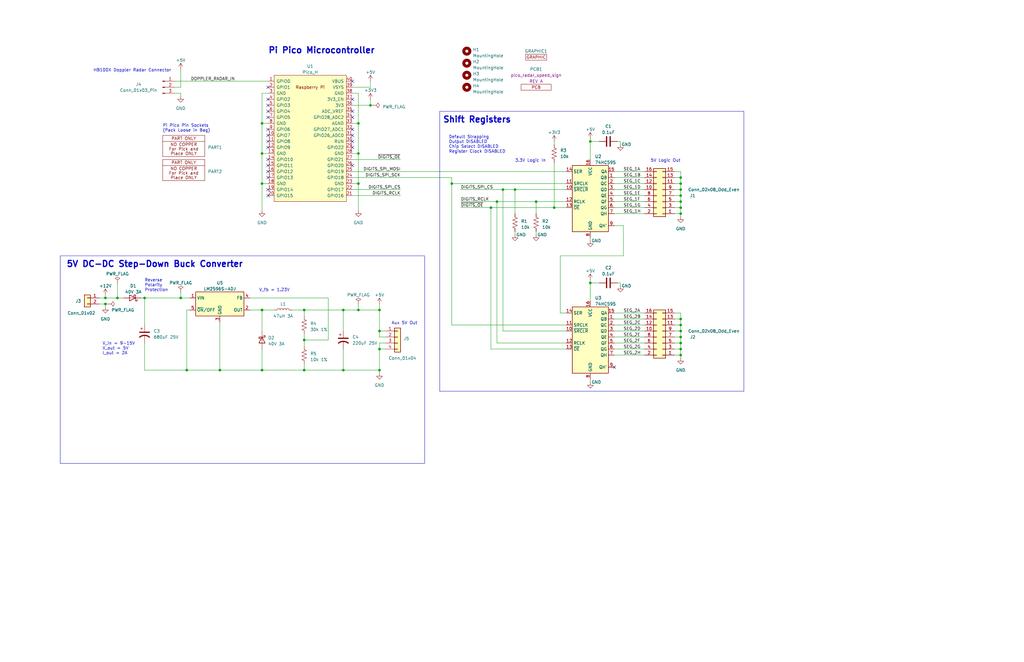
<source format=kicad_sch>
(kicad_sch (version 20230121) (generator eeschema)

  (uuid df6c56aa-8085-495c-a609-604e3b4825a8)

  (paper "B")

  (lib_symbols
    (symbol "74xx:74HC595" (in_bom yes) (on_board yes)
      (property "Reference" "U" (at -7.62 13.97 0)
        (effects (font (size 1.27 1.27)))
      )
      (property "Value" "74HC595" (at -7.62 -16.51 0)
        (effects (font (size 1.27 1.27)))
      )
      (property "Footprint" "" (at 0 0 0)
        (effects (font (size 1.27 1.27)) hide)
      )
      (property "Datasheet" "http://www.ti.com/lit/ds/symlink/sn74hc595.pdf" (at 0 0 0)
        (effects (font (size 1.27 1.27)) hide)
      )
      (property "ki_keywords" "HCMOS SR 3State" (at 0 0 0)
        (effects (font (size 1.27 1.27)) hide)
      )
      (property "ki_description" "8-bit serial in/out Shift Register 3-State Outputs" (at 0 0 0)
        (effects (font (size 1.27 1.27)) hide)
      )
      (property "ki_fp_filters" "DIP*W7.62mm* SOIC*3.9x9.9mm*P1.27mm* TSSOP*4.4x5mm*P0.65mm* SOIC*5.3x10.2mm*P1.27mm* SOIC*7.5x10.3mm*P1.27mm*" (at 0 0 0)
        (effects (font (size 1.27 1.27)) hide)
      )
      (symbol "74HC595_1_0"
        (pin tri_state line (at 10.16 7.62 180) (length 2.54)
          (name "QB" (effects (font (size 1.27 1.27))))
          (number "1" (effects (font (size 1.27 1.27))))
        )
        (pin input line (at -10.16 2.54 0) (length 2.54)
          (name "~{SRCLR}" (effects (font (size 1.27 1.27))))
          (number "10" (effects (font (size 1.27 1.27))))
        )
        (pin input line (at -10.16 5.08 0) (length 2.54)
          (name "SRCLK" (effects (font (size 1.27 1.27))))
          (number "11" (effects (font (size 1.27 1.27))))
        )
        (pin input line (at -10.16 -2.54 0) (length 2.54)
          (name "RCLK" (effects (font (size 1.27 1.27))))
          (number "12" (effects (font (size 1.27 1.27))))
        )
        (pin input line (at -10.16 -5.08 0) (length 2.54)
          (name "~{OE}" (effects (font (size 1.27 1.27))))
          (number "13" (effects (font (size 1.27 1.27))))
        )
        (pin input line (at -10.16 10.16 0) (length 2.54)
          (name "SER" (effects (font (size 1.27 1.27))))
          (number "14" (effects (font (size 1.27 1.27))))
        )
        (pin tri_state line (at 10.16 10.16 180) (length 2.54)
          (name "QA" (effects (font (size 1.27 1.27))))
          (number "15" (effects (font (size 1.27 1.27))))
        )
        (pin power_in line (at 0 15.24 270) (length 2.54)
          (name "VCC" (effects (font (size 1.27 1.27))))
          (number "16" (effects (font (size 1.27 1.27))))
        )
        (pin tri_state line (at 10.16 5.08 180) (length 2.54)
          (name "QC" (effects (font (size 1.27 1.27))))
          (number "2" (effects (font (size 1.27 1.27))))
        )
        (pin tri_state line (at 10.16 2.54 180) (length 2.54)
          (name "QD" (effects (font (size 1.27 1.27))))
          (number "3" (effects (font (size 1.27 1.27))))
        )
        (pin tri_state line (at 10.16 0 180) (length 2.54)
          (name "QE" (effects (font (size 1.27 1.27))))
          (number "4" (effects (font (size 1.27 1.27))))
        )
        (pin tri_state line (at 10.16 -2.54 180) (length 2.54)
          (name "QF" (effects (font (size 1.27 1.27))))
          (number "5" (effects (font (size 1.27 1.27))))
        )
        (pin tri_state line (at 10.16 -5.08 180) (length 2.54)
          (name "QG" (effects (font (size 1.27 1.27))))
          (number "6" (effects (font (size 1.27 1.27))))
        )
        (pin tri_state line (at 10.16 -7.62 180) (length 2.54)
          (name "QH" (effects (font (size 1.27 1.27))))
          (number "7" (effects (font (size 1.27 1.27))))
        )
        (pin power_in line (at 0 -17.78 90) (length 2.54)
          (name "GND" (effects (font (size 1.27 1.27))))
          (number "8" (effects (font (size 1.27 1.27))))
        )
        (pin output line (at 10.16 -12.7 180) (length 2.54)
          (name "QH'" (effects (font (size 1.27 1.27))))
          (number "9" (effects (font (size 1.27 1.27))))
        )
      )
      (symbol "74HC595_1_1"
        (rectangle (start -7.62 12.7) (end 7.62 -15.24)
          (stroke (width 0.254) (type default))
          (fill (type background))
        )
      )
    )
    (symbol "Connector:Conn_01x03_Pin" (pin_names (offset 1.016) hide) (in_bom yes) (on_board yes)
      (property "Reference" "J" (at 0 5.08 0)
        (effects (font (size 1.27 1.27)))
      )
      (property "Value" "Conn_01x03_Pin" (at 0 -5.08 0)
        (effects (font (size 1.27 1.27)))
      )
      (property "Footprint" "" (at 0 0 0)
        (effects (font (size 1.27 1.27)) hide)
      )
      (property "Datasheet" "~" (at 0 0 0)
        (effects (font (size 1.27 1.27)) hide)
      )
      (property "ki_locked" "" (at 0 0 0)
        (effects (font (size 1.27 1.27)))
      )
      (property "ki_keywords" "connector" (at 0 0 0)
        (effects (font (size 1.27 1.27)) hide)
      )
      (property "ki_description" "Generic connector, single row, 01x03, script generated" (at 0 0 0)
        (effects (font (size 1.27 1.27)) hide)
      )
      (property "ki_fp_filters" "Connector*:*_1x??_*" (at 0 0 0)
        (effects (font (size 1.27 1.27)) hide)
      )
      (symbol "Conn_01x03_Pin_1_1"
        (polyline
          (pts
            (xy 1.27 -2.54)
            (xy 0.8636 -2.54)
          )
          (stroke (width 0.1524) (type default))
          (fill (type none))
        )
        (polyline
          (pts
            (xy 1.27 0)
            (xy 0.8636 0)
          )
          (stroke (width 0.1524) (type default))
          (fill (type none))
        )
        (polyline
          (pts
            (xy 1.27 2.54)
            (xy 0.8636 2.54)
          )
          (stroke (width 0.1524) (type default))
          (fill (type none))
        )
        (rectangle (start 0.8636 -2.413) (end 0 -2.667)
          (stroke (width 0.1524) (type default))
          (fill (type outline))
        )
        (rectangle (start 0.8636 0.127) (end 0 -0.127)
          (stroke (width 0.1524) (type default))
          (fill (type outline))
        )
        (rectangle (start 0.8636 2.667) (end 0 2.413)
          (stroke (width 0.1524) (type default))
          (fill (type outline))
        )
        (pin passive line (at 5.08 2.54 180) (length 3.81)
          (name "Pin_1" (effects (font (size 1.27 1.27))))
          (number "1" (effects (font (size 1.27 1.27))))
        )
        (pin passive line (at 5.08 0 180) (length 3.81)
          (name "Pin_2" (effects (font (size 1.27 1.27))))
          (number "2" (effects (font (size 1.27 1.27))))
        )
        (pin passive line (at 5.08 -2.54 180) (length 3.81)
          (name "Pin_3" (effects (font (size 1.27 1.27))))
          (number "3" (effects (font (size 1.27 1.27))))
        )
      )
    )
    (symbol "Connector_Generic:Conn_01x02" (pin_names (offset 1.016) hide) (in_bom yes) (on_board yes)
      (property "Reference" "J" (at 0 2.54 0)
        (effects (font (size 1.27 1.27)))
      )
      (property "Value" "Conn_01x02" (at 0 -5.08 0)
        (effects (font (size 1.27 1.27)))
      )
      (property "Footprint" "" (at 0 0 0)
        (effects (font (size 1.27 1.27)) hide)
      )
      (property "Datasheet" "~" (at 0 0 0)
        (effects (font (size 1.27 1.27)) hide)
      )
      (property "ki_keywords" "connector" (at 0 0 0)
        (effects (font (size 1.27 1.27)) hide)
      )
      (property "ki_description" "Generic connector, single row, 01x02, script generated (kicad-library-utils/schlib/autogen/connector/)" (at 0 0 0)
        (effects (font (size 1.27 1.27)) hide)
      )
      (property "ki_fp_filters" "Connector*:*_1x??_*" (at 0 0 0)
        (effects (font (size 1.27 1.27)) hide)
      )
      (symbol "Conn_01x02_1_1"
        (rectangle (start -1.27 -2.413) (end 0 -2.667)
          (stroke (width 0.1524) (type default))
          (fill (type none))
        )
        (rectangle (start -1.27 0.127) (end 0 -0.127)
          (stroke (width 0.1524) (type default))
          (fill (type none))
        )
        (rectangle (start -1.27 1.27) (end 1.27 -3.81)
          (stroke (width 0.254) (type default))
          (fill (type background))
        )
        (pin passive line (at -5.08 0 0) (length 3.81)
          (name "Pin_1" (effects (font (size 1.27 1.27))))
          (number "1" (effects (font (size 1.27 1.27))))
        )
        (pin passive line (at -5.08 -2.54 0) (length 3.81)
          (name "Pin_2" (effects (font (size 1.27 1.27))))
          (number "2" (effects (font (size 1.27 1.27))))
        )
      )
    )
    (symbol "Connector_Generic:Conn_01x04" (pin_names (offset 1.016) hide) (in_bom yes) (on_board yes)
      (property "Reference" "J" (at 0 5.08 0)
        (effects (font (size 1.27 1.27)))
      )
      (property "Value" "Conn_01x04" (at 0 -7.62 0)
        (effects (font (size 1.27 1.27)))
      )
      (property "Footprint" "" (at 0 0 0)
        (effects (font (size 1.27 1.27)) hide)
      )
      (property "Datasheet" "~" (at 0 0 0)
        (effects (font (size 1.27 1.27)) hide)
      )
      (property "ki_keywords" "connector" (at 0 0 0)
        (effects (font (size 1.27 1.27)) hide)
      )
      (property "ki_description" "Generic connector, single row, 01x04, script generated (kicad-library-utils/schlib/autogen/connector/)" (at 0 0 0)
        (effects (font (size 1.27 1.27)) hide)
      )
      (property "ki_fp_filters" "Connector*:*_1x??_*" (at 0 0 0)
        (effects (font (size 1.27 1.27)) hide)
      )
      (symbol "Conn_01x04_1_1"
        (rectangle (start -1.27 -4.953) (end 0 -5.207)
          (stroke (width 0.1524) (type default))
          (fill (type none))
        )
        (rectangle (start -1.27 -2.413) (end 0 -2.667)
          (stroke (width 0.1524) (type default))
          (fill (type none))
        )
        (rectangle (start -1.27 0.127) (end 0 -0.127)
          (stroke (width 0.1524) (type default))
          (fill (type none))
        )
        (rectangle (start -1.27 2.667) (end 0 2.413)
          (stroke (width 0.1524) (type default))
          (fill (type none))
        )
        (rectangle (start -1.27 3.81) (end 1.27 -6.35)
          (stroke (width 0.254) (type default))
          (fill (type background))
        )
        (pin passive line (at -5.08 2.54 0) (length 3.81)
          (name "Pin_1" (effects (font (size 1.27 1.27))))
          (number "1" (effects (font (size 1.27 1.27))))
        )
        (pin passive line (at -5.08 0 0) (length 3.81)
          (name "Pin_2" (effects (font (size 1.27 1.27))))
          (number "2" (effects (font (size 1.27 1.27))))
        )
        (pin passive line (at -5.08 -2.54 0) (length 3.81)
          (name "Pin_3" (effects (font (size 1.27 1.27))))
          (number "3" (effects (font (size 1.27 1.27))))
        )
        (pin passive line (at -5.08 -5.08 0) (length 3.81)
          (name "Pin_4" (effects (font (size 1.27 1.27))))
          (number "4" (effects (font (size 1.27 1.27))))
        )
      )
    )
    (symbol "Connector_Generic:Conn_02x08_Odd_Even" (pin_names (offset 1.016) hide) (in_bom yes) (on_board yes)
      (property "Reference" "J" (at 1.27 10.16 0)
        (effects (font (size 1.27 1.27)))
      )
      (property "Value" "Conn_02x08_Odd_Even" (at 1.27 -12.7 0)
        (effects (font (size 1.27 1.27)))
      )
      (property "Footprint" "" (at 0 0 0)
        (effects (font (size 1.27 1.27)) hide)
      )
      (property "Datasheet" "~" (at 0 0 0)
        (effects (font (size 1.27 1.27)) hide)
      )
      (property "ki_keywords" "connector" (at 0 0 0)
        (effects (font (size 1.27 1.27)) hide)
      )
      (property "ki_description" "Generic connector, double row, 02x08, odd/even pin numbering scheme (row 1 odd numbers, row 2 even numbers), script generated (kicad-library-utils/schlib/autogen/connector/)" (at 0 0 0)
        (effects (font (size 1.27 1.27)) hide)
      )
      (property "ki_fp_filters" "Connector*:*_2x??_*" (at 0 0 0)
        (effects (font (size 1.27 1.27)) hide)
      )
      (symbol "Conn_02x08_Odd_Even_1_1"
        (rectangle (start -1.27 -10.033) (end 0 -10.287)
          (stroke (width 0.1524) (type default))
          (fill (type none))
        )
        (rectangle (start -1.27 -7.493) (end 0 -7.747)
          (stroke (width 0.1524) (type default))
          (fill (type none))
        )
        (rectangle (start -1.27 -4.953) (end 0 -5.207)
          (stroke (width 0.1524) (type default))
          (fill (type none))
        )
        (rectangle (start -1.27 -2.413) (end 0 -2.667)
          (stroke (width 0.1524) (type default))
          (fill (type none))
        )
        (rectangle (start -1.27 0.127) (end 0 -0.127)
          (stroke (width 0.1524) (type default))
          (fill (type none))
        )
        (rectangle (start -1.27 2.667) (end 0 2.413)
          (stroke (width 0.1524) (type default))
          (fill (type none))
        )
        (rectangle (start -1.27 5.207) (end 0 4.953)
          (stroke (width 0.1524) (type default))
          (fill (type none))
        )
        (rectangle (start -1.27 7.747) (end 0 7.493)
          (stroke (width 0.1524) (type default))
          (fill (type none))
        )
        (rectangle (start -1.27 8.89) (end 3.81 -11.43)
          (stroke (width 0.254) (type default))
          (fill (type background))
        )
        (rectangle (start 3.81 -10.033) (end 2.54 -10.287)
          (stroke (width 0.1524) (type default))
          (fill (type none))
        )
        (rectangle (start 3.81 -7.493) (end 2.54 -7.747)
          (stroke (width 0.1524) (type default))
          (fill (type none))
        )
        (rectangle (start 3.81 -4.953) (end 2.54 -5.207)
          (stroke (width 0.1524) (type default))
          (fill (type none))
        )
        (rectangle (start 3.81 -2.413) (end 2.54 -2.667)
          (stroke (width 0.1524) (type default))
          (fill (type none))
        )
        (rectangle (start 3.81 0.127) (end 2.54 -0.127)
          (stroke (width 0.1524) (type default))
          (fill (type none))
        )
        (rectangle (start 3.81 2.667) (end 2.54 2.413)
          (stroke (width 0.1524) (type default))
          (fill (type none))
        )
        (rectangle (start 3.81 5.207) (end 2.54 4.953)
          (stroke (width 0.1524) (type default))
          (fill (type none))
        )
        (rectangle (start 3.81 7.747) (end 2.54 7.493)
          (stroke (width 0.1524) (type default))
          (fill (type none))
        )
        (pin passive line (at -5.08 7.62 0) (length 3.81)
          (name "Pin_1" (effects (font (size 1.27 1.27))))
          (number "1" (effects (font (size 1.27 1.27))))
        )
        (pin passive line (at 7.62 -2.54 180) (length 3.81)
          (name "Pin_10" (effects (font (size 1.27 1.27))))
          (number "10" (effects (font (size 1.27 1.27))))
        )
        (pin passive line (at -5.08 -5.08 0) (length 3.81)
          (name "Pin_11" (effects (font (size 1.27 1.27))))
          (number "11" (effects (font (size 1.27 1.27))))
        )
        (pin passive line (at 7.62 -5.08 180) (length 3.81)
          (name "Pin_12" (effects (font (size 1.27 1.27))))
          (number "12" (effects (font (size 1.27 1.27))))
        )
        (pin passive line (at -5.08 -7.62 0) (length 3.81)
          (name "Pin_13" (effects (font (size 1.27 1.27))))
          (number "13" (effects (font (size 1.27 1.27))))
        )
        (pin passive line (at 7.62 -7.62 180) (length 3.81)
          (name "Pin_14" (effects (font (size 1.27 1.27))))
          (number "14" (effects (font (size 1.27 1.27))))
        )
        (pin passive line (at -5.08 -10.16 0) (length 3.81)
          (name "Pin_15" (effects (font (size 1.27 1.27))))
          (number "15" (effects (font (size 1.27 1.27))))
        )
        (pin passive line (at 7.62 -10.16 180) (length 3.81)
          (name "Pin_16" (effects (font (size 1.27 1.27))))
          (number "16" (effects (font (size 1.27 1.27))))
        )
        (pin passive line (at 7.62 7.62 180) (length 3.81)
          (name "Pin_2" (effects (font (size 1.27 1.27))))
          (number "2" (effects (font (size 1.27 1.27))))
        )
        (pin passive line (at -5.08 5.08 0) (length 3.81)
          (name "Pin_3" (effects (font (size 1.27 1.27))))
          (number "3" (effects (font (size 1.27 1.27))))
        )
        (pin passive line (at 7.62 5.08 180) (length 3.81)
          (name "Pin_4" (effects (font (size 1.27 1.27))))
          (number "4" (effects (font (size 1.27 1.27))))
        )
        (pin passive line (at -5.08 2.54 0) (length 3.81)
          (name "Pin_5" (effects (font (size 1.27 1.27))))
          (number "5" (effects (font (size 1.27 1.27))))
        )
        (pin passive line (at 7.62 2.54 180) (length 3.81)
          (name "Pin_6" (effects (font (size 1.27 1.27))))
          (number "6" (effects (font (size 1.27 1.27))))
        )
        (pin passive line (at -5.08 0 0) (length 3.81)
          (name "Pin_7" (effects (font (size 1.27 1.27))))
          (number "7" (effects (font (size 1.27 1.27))))
        )
        (pin passive line (at 7.62 0 180) (length 3.81)
          (name "Pin_8" (effects (font (size 1.27 1.27))))
          (number "8" (effects (font (size 1.27 1.27))))
        )
        (pin passive line (at -5.08 -2.54 0) (length 3.81)
          (name "Pin_9" (effects (font (size 1.27 1.27))))
          (number "9" (effects (font (size 1.27 1.27))))
        )
      )
    )
    (symbol "Custom_MCU:Pico_H" (pin_names (offset 1.016)) (in_bom yes) (on_board yes)
      (property "Reference" "U" (at -13.97 27.94 0)
        (effects (font (size 1.27 1.27)))
      )
      (property "Value" "Pico_H" (at 0 19.05 0)
        (effects (font (size 1.27 1.27)))
      )
      (property "Footprint" "Custom_Module:RPi_Pico_TH_Socket" (at 0 0 90)
        (effects (font (size 1.27 1.27)) hide)
      )
      (property "Datasheet" "https://datasheets.raspberrypi.com/pico/pico-datasheet.pdf" (at 0 0 0)
        (effects (font (size 1.27 1.27)) hide)
      )
      (symbol "Pico_H_0_0"
        (text "Raspberry Pi" (at 0 21.59 0)
          (effects (font (size 1.27 1.27)))
        )
      )
      (symbol "Pico_H_0_1"
        (rectangle (start -15.24 26.67) (end 15.24 -26.67)
          (stroke (width 0) (type default))
          (fill (type background))
        )
      )
      (symbol "Pico_H_1_1"
        (pin bidirectional line (at -17.78 24.13 0) (length 2.54)
          (name "GPIO0" (effects (font (size 1.27 1.27))))
          (number "1" (effects (font (size 1.27 1.27))))
        )
        (pin bidirectional line (at -17.78 1.27 0) (length 2.54)
          (name "GPIO7" (effects (font (size 1.27 1.27))))
          (number "10" (effects (font (size 1.27 1.27))))
        )
        (pin bidirectional line (at -17.78 -1.27 0) (length 2.54)
          (name "GPIO8" (effects (font (size 1.27 1.27))))
          (number "11" (effects (font (size 1.27 1.27))))
        )
        (pin bidirectional line (at -17.78 -3.81 0) (length 2.54)
          (name "GPIO9" (effects (font (size 1.27 1.27))))
          (number "12" (effects (font (size 1.27 1.27))))
        )
        (pin power_in line (at -17.78 -6.35 0) (length 2.54)
          (name "GND" (effects (font (size 1.27 1.27))))
          (number "13" (effects (font (size 1.27 1.27))))
        )
        (pin bidirectional line (at -17.78 -8.89 0) (length 2.54)
          (name "GPIO10" (effects (font (size 1.27 1.27))))
          (number "14" (effects (font (size 1.27 1.27))))
        )
        (pin bidirectional line (at -17.78 -11.43 0) (length 2.54)
          (name "GPIO11" (effects (font (size 1.27 1.27))))
          (number "15" (effects (font (size 1.27 1.27))))
        )
        (pin bidirectional line (at -17.78 -13.97 0) (length 2.54)
          (name "GPIO12" (effects (font (size 1.27 1.27))))
          (number "16" (effects (font (size 1.27 1.27))))
        )
        (pin bidirectional line (at -17.78 -16.51 0) (length 2.54)
          (name "GPIO13" (effects (font (size 1.27 1.27))))
          (number "17" (effects (font (size 1.27 1.27))))
        )
        (pin power_in line (at -17.78 -19.05 0) (length 2.54)
          (name "GND" (effects (font (size 1.27 1.27))))
          (number "18" (effects (font (size 1.27 1.27))))
        )
        (pin bidirectional line (at -17.78 -21.59 0) (length 2.54)
          (name "GPIO14" (effects (font (size 1.27 1.27))))
          (number "19" (effects (font (size 1.27 1.27))))
        )
        (pin bidirectional line (at -17.78 21.59 0) (length 2.54)
          (name "GPIO1" (effects (font (size 1.27 1.27))))
          (number "2" (effects (font (size 1.27 1.27))))
        )
        (pin bidirectional line (at -17.78 -24.13 0) (length 2.54)
          (name "GPIO15" (effects (font (size 1.27 1.27))))
          (number "20" (effects (font (size 1.27 1.27))))
        )
        (pin bidirectional line (at 17.78 -24.13 180) (length 2.54)
          (name "GPIO16" (effects (font (size 1.27 1.27))))
          (number "21" (effects (font (size 1.27 1.27))))
        )
        (pin bidirectional line (at 17.78 -21.59 180) (length 2.54)
          (name "GPIO17" (effects (font (size 1.27 1.27))))
          (number "22" (effects (font (size 1.27 1.27))))
        )
        (pin power_in line (at 17.78 -19.05 180) (length 2.54)
          (name "GND" (effects (font (size 1.27 1.27))))
          (number "23" (effects (font (size 1.27 1.27))))
        )
        (pin bidirectional line (at 17.78 -16.51 180) (length 2.54)
          (name "GPIO18" (effects (font (size 1.27 1.27))))
          (number "24" (effects (font (size 1.27 1.27))))
        )
        (pin bidirectional line (at 17.78 -13.97 180) (length 2.54)
          (name "GPIO19" (effects (font (size 1.27 1.27))))
          (number "25" (effects (font (size 1.27 1.27))))
        )
        (pin bidirectional line (at 17.78 -11.43 180) (length 2.54)
          (name "GPIO20" (effects (font (size 1.27 1.27))))
          (number "26" (effects (font (size 1.27 1.27))))
        )
        (pin bidirectional line (at 17.78 -8.89 180) (length 2.54)
          (name "GPIO21" (effects (font (size 1.27 1.27))))
          (number "27" (effects (font (size 1.27 1.27))))
        )
        (pin power_in line (at 17.78 -6.35 180) (length 2.54)
          (name "GND" (effects (font (size 1.27 1.27))))
          (number "28" (effects (font (size 1.27 1.27))))
        )
        (pin bidirectional line (at 17.78 -3.81 180) (length 2.54)
          (name "GPIO22" (effects (font (size 1.27 1.27))))
          (number "29" (effects (font (size 1.27 1.27))))
        )
        (pin power_in line (at -17.78 19.05 0) (length 2.54)
          (name "GND" (effects (font (size 1.27 1.27))))
          (number "3" (effects (font (size 1.27 1.27))))
        )
        (pin input line (at 17.78 -1.27 180) (length 2.54)
          (name "RUN" (effects (font (size 1.27 1.27))))
          (number "30" (effects (font (size 1.27 1.27))))
        )
        (pin bidirectional line (at 17.78 1.27 180) (length 2.54)
          (name "GPIO26_ADC0" (effects (font (size 1.27 1.27))))
          (number "31" (effects (font (size 1.27 1.27))))
        )
        (pin bidirectional line (at 17.78 3.81 180) (length 2.54)
          (name "GPIO27_ADC1" (effects (font (size 1.27 1.27))))
          (number "32" (effects (font (size 1.27 1.27))))
        )
        (pin power_in line (at 17.78 6.35 180) (length 2.54)
          (name "AGND" (effects (font (size 1.27 1.27))))
          (number "33" (effects (font (size 1.27 1.27))))
        )
        (pin bidirectional line (at 17.78 8.89 180) (length 2.54)
          (name "GPIO28_ADC2" (effects (font (size 1.27 1.27))))
          (number "34" (effects (font (size 1.27 1.27))))
        )
        (pin unspecified line (at 17.78 11.43 180) (length 2.54)
          (name "ADC_VREF" (effects (font (size 1.27 1.27))))
          (number "35" (effects (font (size 1.27 1.27))))
        )
        (pin unspecified line (at 17.78 13.97 180) (length 2.54)
          (name "3V3" (effects (font (size 1.27 1.27))))
          (number "36" (effects (font (size 1.27 1.27))))
        )
        (pin input line (at 17.78 16.51 180) (length 2.54)
          (name "3V3_EN" (effects (font (size 1.27 1.27))))
          (number "37" (effects (font (size 1.27 1.27))))
        )
        (pin power_in line (at 17.78 19.05 180) (length 2.54)
          (name "GND" (effects (font (size 1.27 1.27))))
          (number "38" (effects (font (size 1.27 1.27))))
        )
        (pin unspecified line (at 17.78 21.59 180) (length 2.54)
          (name "VSYS" (effects (font (size 1.27 1.27))))
          (number "39" (effects (font (size 1.27 1.27))))
        )
        (pin bidirectional line (at -17.78 16.51 0) (length 2.54)
          (name "GPIO2" (effects (font (size 1.27 1.27))))
          (number "4" (effects (font (size 1.27 1.27))))
        )
        (pin unspecified line (at 17.78 24.13 180) (length 2.54)
          (name "VBUS" (effects (font (size 1.27 1.27))))
          (number "40" (effects (font (size 1.27 1.27))))
        )
        (pin bidirectional line (at -17.78 13.97 0) (length 2.54)
          (name "GPIO3" (effects (font (size 1.27 1.27))))
          (number "5" (effects (font (size 1.27 1.27))))
        )
        (pin bidirectional line (at -17.78 11.43 0) (length 2.54)
          (name "GPIO4" (effects (font (size 1.27 1.27))))
          (number "6" (effects (font (size 1.27 1.27))))
        )
        (pin bidirectional line (at -17.78 8.89 0) (length 2.54)
          (name "GPIO5" (effects (font (size 1.27 1.27))))
          (number "7" (effects (font (size 1.27 1.27))))
        )
        (pin power_in line (at -17.78 6.35 0) (length 2.54)
          (name "GND" (effects (font (size 1.27 1.27))))
          (number "8" (effects (font (size 1.27 1.27))))
        )
        (pin bidirectional line (at -17.78 3.81 0) (length 2.54)
          (name "GPIO6" (effects (font (size 1.27 1.27))))
          (number "9" (effects (font (size 1.27 1.27))))
        )
      )
    )
    (symbol "Custom_Placeholder:Graphic" (pin_numbers hide) (pin_names (offset 0) hide) (in_bom no) (on_board yes)
      (property "Reference" "GRAPHIC" (at 0 2.54 0)
        (effects (font (size 1.27 1.27)))
      )
      (property "Value" "Graphic" (at 0 -2.54 0)
        (effects (font (size 1.27 1.27)) hide)
      )
      (property "Footprint" "" (at -0.635 -3.81 0)
        (effects (font (size 1.27 1.27)) hide)
      )
      (property "Datasheet" "" (at -0.635 -3.81 0)
        (effects (font (size 1.27 1.27)) hide)
      )
      (property "ki_description" "Placeholder for silkscreen graphic to be included on PCB." (at 0 0 0)
        (effects (font (size 1.27 1.27)) hide)
      )
      (symbol "Graphic_0_0"
        (rectangle (start -4.445 1.27) (end 4.445 -1.27)
          (stroke (width 0) (type default))
          (fill (type none))
        )
        (text "GRAPHIC" (at 0 0 0)
          (effects (font (size 1.27 1.27)))
        )
      )
    )
    (symbol "Custom_Placeholder:PCB" (pin_numbers hide) (pin_names (offset 0) hide) (in_bom no) (on_board yes)
      (property "Reference" "PCB" (at 0 4.445 0)
        (effects (font (size 1.27 1.27)))
      )
      (property "Value" "PCB" (at 0 2.54 0)
        (effects (font (size 1.27 1.27)) hide)
      )
      (property "Footprint" "Custom_Graphic:PCB_PN_REV" (at -0.635 -3.81 0)
        (effects (font (size 1.27 1.27)) hide)
      )
      (property "Datasheet" "" (at -0.635 -3.81 0)
        (effects (font (size 1.27 1.27)) hide)
      )
      (property "MPN" "PN XXXXXXX" (at 0 -2.54 0)
        (effects (font (size 1.27 1.27)))
      )
      (property "REV" "REV _" (at -3.175 -4.445 0)
        (effects (font (size 1.27 1.27)))
      )
      (property "ki_description" "Placeholder for PN and REV in copper to be included on PCB." (at 0 0 0)
        (effects (font (size 1.27 1.27)) hide)
      )
      (symbol "PCB_0_0"
        (rectangle (start -6.35 1.27) (end 6.35 -1.27)
          (stroke (width 0) (type default))
          (fill (type none))
        )
        (text "PCB" (at 0 0 0)
          (effects (font (size 1.27 1.27)))
        )
      )
    )
    (symbol "Custom_Placeholder:Part" (pin_numbers hide) (pin_names (offset 0) hide) (in_bom yes) (on_board yes)
      (property "Reference" "PART" (at 0 2.54 0)
        (effects (font (size 1.27 1.27)))
      )
      (property "Value" "Part" (at 0 4.445 0)
        (effects (font (size 1.27 1.27)) hide)
      )
      (property "Footprint" "" (at -0.635 -3.81 0)
        (effects (font (size 1.27 1.27)) hide)
      )
      (property "Datasheet" "" (at -0.635 -3.81 0)
        (effects (font (size 1.27 1.27)) hide)
      )
      (property "ki_description" "Placeholder for component with no copper." (at 0 0 0)
        (effects (font (size 1.27 1.27)) hide)
      )
      (symbol "Part_0_0"
        (rectangle (start -8.89 1.27) (end 8.89 -7.62)
          (stroke (width 0) (type default))
          (fill (type none))
        )
        (polyline
          (pts
            (xy -8.89 -1.27)
            (xy 8.89 -1.27)
          )
          (stroke (width 0) (type default))
          (fill (type none))
        )
        (text "For Pick and" (at 0 -4.445 0)
          (effects (font (size 1.27 1.27)))
        )
        (text "NO COPPER" (at 0 -2.54 0)
          (effects (font (size 1.27 1.27)))
        )
        (text "PART ONLY" (at 0 0 0)
          (effects (font (size 1.27 1.27)))
        )
        (text "Place ONLY" (at 0 -6.35 0)
          (effects (font (size 1.27 1.27)))
        )
      )
    )
    (symbol "Device:C" (pin_numbers hide) (pin_names (offset 0.254)) (in_bom yes) (on_board yes)
      (property "Reference" "C" (at 0.635 2.54 0)
        (effects (font (size 1.27 1.27)) (justify left))
      )
      (property "Value" "C" (at 0.635 -2.54 0)
        (effects (font (size 1.27 1.27)) (justify left))
      )
      (property "Footprint" "" (at 0.9652 -3.81 0)
        (effects (font (size 1.27 1.27)) hide)
      )
      (property "Datasheet" "~" (at 0 0 0)
        (effects (font (size 1.27 1.27)) hide)
      )
      (property "ki_keywords" "cap capacitor" (at 0 0 0)
        (effects (font (size 1.27 1.27)) hide)
      )
      (property "ki_description" "Unpolarized capacitor" (at 0 0 0)
        (effects (font (size 1.27 1.27)) hide)
      )
      (property "ki_fp_filters" "C_*" (at 0 0 0)
        (effects (font (size 1.27 1.27)) hide)
      )
      (symbol "C_0_1"
        (polyline
          (pts
            (xy -2.032 -0.762)
            (xy 2.032 -0.762)
          )
          (stroke (width 0.508) (type default))
          (fill (type none))
        )
        (polyline
          (pts
            (xy -2.032 0.762)
            (xy 2.032 0.762)
          )
          (stroke (width 0.508) (type default))
          (fill (type none))
        )
      )
      (symbol "C_1_1"
        (pin passive line (at 0 3.81 270) (length 2.794)
          (name "~" (effects (font (size 1.27 1.27))))
          (number "1" (effects (font (size 1.27 1.27))))
        )
        (pin passive line (at 0 -3.81 90) (length 2.794)
          (name "~" (effects (font (size 1.27 1.27))))
          (number "2" (effects (font (size 1.27 1.27))))
        )
      )
    )
    (symbol "Device:C_Polarized_US" (pin_numbers hide) (pin_names (offset 0.254) hide) (in_bom yes) (on_board yes)
      (property "Reference" "C" (at 0.635 2.54 0)
        (effects (font (size 1.27 1.27)) (justify left))
      )
      (property "Value" "C_Polarized_US" (at 0.635 -2.54 0)
        (effects (font (size 1.27 1.27)) (justify left))
      )
      (property "Footprint" "" (at 0 0 0)
        (effects (font (size 1.27 1.27)) hide)
      )
      (property "Datasheet" "~" (at 0 0 0)
        (effects (font (size 1.27 1.27)) hide)
      )
      (property "ki_keywords" "cap capacitor" (at 0 0 0)
        (effects (font (size 1.27 1.27)) hide)
      )
      (property "ki_description" "Polarized capacitor, US symbol" (at 0 0 0)
        (effects (font (size 1.27 1.27)) hide)
      )
      (property "ki_fp_filters" "CP_*" (at 0 0 0)
        (effects (font (size 1.27 1.27)) hide)
      )
      (symbol "C_Polarized_US_0_1"
        (polyline
          (pts
            (xy -2.032 0.762)
            (xy 2.032 0.762)
          )
          (stroke (width 0.508) (type default))
          (fill (type none))
        )
        (polyline
          (pts
            (xy -1.778 2.286)
            (xy -0.762 2.286)
          )
          (stroke (width 0) (type default))
          (fill (type none))
        )
        (polyline
          (pts
            (xy -1.27 1.778)
            (xy -1.27 2.794)
          )
          (stroke (width 0) (type default))
          (fill (type none))
        )
        (arc (start 2.032 -1.27) (mid 0 -0.5572) (end -2.032 -1.27)
          (stroke (width 0.508) (type default))
          (fill (type none))
        )
      )
      (symbol "C_Polarized_US_1_1"
        (pin passive line (at 0 3.81 270) (length 2.794)
          (name "~" (effects (font (size 1.27 1.27))))
          (number "1" (effects (font (size 1.27 1.27))))
        )
        (pin passive line (at 0 -3.81 90) (length 3.302)
          (name "~" (effects (font (size 1.27 1.27))))
          (number "2" (effects (font (size 1.27 1.27))))
        )
      )
    )
    (symbol "Device:D_Schottky" (pin_numbers hide) (pin_names (offset 1.016) hide) (in_bom yes) (on_board yes)
      (property "Reference" "D" (at 0 2.54 0)
        (effects (font (size 1.27 1.27)))
      )
      (property "Value" "D_Schottky" (at 0 -2.54 0)
        (effects (font (size 1.27 1.27)))
      )
      (property "Footprint" "" (at 0 0 0)
        (effects (font (size 1.27 1.27)) hide)
      )
      (property "Datasheet" "~" (at 0 0 0)
        (effects (font (size 1.27 1.27)) hide)
      )
      (property "ki_keywords" "diode Schottky" (at 0 0 0)
        (effects (font (size 1.27 1.27)) hide)
      )
      (property "ki_description" "Schottky diode" (at 0 0 0)
        (effects (font (size 1.27 1.27)) hide)
      )
      (property "ki_fp_filters" "TO-???* *_Diode_* *SingleDiode* D_*" (at 0 0 0)
        (effects (font (size 1.27 1.27)) hide)
      )
      (symbol "D_Schottky_0_1"
        (polyline
          (pts
            (xy 1.27 0)
            (xy -1.27 0)
          )
          (stroke (width 0) (type default))
          (fill (type none))
        )
        (polyline
          (pts
            (xy 1.27 1.27)
            (xy 1.27 -1.27)
            (xy -1.27 0)
            (xy 1.27 1.27)
          )
          (stroke (width 0.254) (type default))
          (fill (type none))
        )
        (polyline
          (pts
            (xy -1.905 0.635)
            (xy -1.905 1.27)
            (xy -1.27 1.27)
            (xy -1.27 -1.27)
            (xy -0.635 -1.27)
            (xy -0.635 -0.635)
          )
          (stroke (width 0.254) (type default))
          (fill (type none))
        )
      )
      (symbol "D_Schottky_1_1"
        (pin passive line (at -3.81 0 0) (length 2.54)
          (name "K" (effects (font (size 1.27 1.27))))
          (number "1" (effects (font (size 1.27 1.27))))
        )
        (pin passive line (at 3.81 0 180) (length 2.54)
          (name "A" (effects (font (size 1.27 1.27))))
          (number "2" (effects (font (size 1.27 1.27))))
        )
      )
    )
    (symbol "Device:L" (pin_numbers hide) (pin_names (offset 1.016) hide) (in_bom yes) (on_board yes)
      (property "Reference" "L" (at -1.27 0 90)
        (effects (font (size 1.27 1.27)))
      )
      (property "Value" "L" (at 1.905 0 90)
        (effects (font (size 1.27 1.27)))
      )
      (property "Footprint" "" (at 0 0 0)
        (effects (font (size 1.27 1.27)) hide)
      )
      (property "Datasheet" "~" (at 0 0 0)
        (effects (font (size 1.27 1.27)) hide)
      )
      (property "ki_keywords" "inductor choke coil reactor magnetic" (at 0 0 0)
        (effects (font (size 1.27 1.27)) hide)
      )
      (property "ki_description" "Inductor" (at 0 0 0)
        (effects (font (size 1.27 1.27)) hide)
      )
      (property "ki_fp_filters" "Choke_* *Coil* Inductor_* L_*" (at 0 0 0)
        (effects (font (size 1.27 1.27)) hide)
      )
      (symbol "L_0_1"
        (arc (start 0 -2.54) (mid 0.6323 -1.905) (end 0 -1.27)
          (stroke (width 0) (type default))
          (fill (type none))
        )
        (arc (start 0 -1.27) (mid 0.6323 -0.635) (end 0 0)
          (stroke (width 0) (type default))
          (fill (type none))
        )
        (arc (start 0 0) (mid 0.6323 0.635) (end 0 1.27)
          (stroke (width 0) (type default))
          (fill (type none))
        )
        (arc (start 0 1.27) (mid 0.6323 1.905) (end 0 2.54)
          (stroke (width 0) (type default))
          (fill (type none))
        )
      )
      (symbol "L_1_1"
        (pin passive line (at 0 3.81 270) (length 1.27)
          (name "1" (effects (font (size 1.27 1.27))))
          (number "1" (effects (font (size 1.27 1.27))))
        )
        (pin passive line (at 0 -3.81 90) (length 1.27)
          (name "2" (effects (font (size 1.27 1.27))))
          (number "2" (effects (font (size 1.27 1.27))))
        )
      )
    )
    (symbol "Device:R_US" (pin_numbers hide) (pin_names (offset 0)) (in_bom yes) (on_board yes)
      (property "Reference" "R" (at 2.54 0 90)
        (effects (font (size 1.27 1.27)))
      )
      (property "Value" "R_US" (at -2.54 0 90)
        (effects (font (size 1.27 1.27)))
      )
      (property "Footprint" "" (at 1.016 -0.254 90)
        (effects (font (size 1.27 1.27)) hide)
      )
      (property "Datasheet" "~" (at 0 0 0)
        (effects (font (size 1.27 1.27)) hide)
      )
      (property "ki_keywords" "R res resistor" (at 0 0 0)
        (effects (font (size 1.27 1.27)) hide)
      )
      (property "ki_description" "Resistor, US symbol" (at 0 0 0)
        (effects (font (size 1.27 1.27)) hide)
      )
      (property "ki_fp_filters" "R_*" (at 0 0 0)
        (effects (font (size 1.27 1.27)) hide)
      )
      (symbol "R_US_0_1"
        (polyline
          (pts
            (xy 0 -2.286)
            (xy 0 -2.54)
          )
          (stroke (width 0) (type default))
          (fill (type none))
        )
        (polyline
          (pts
            (xy 0 2.286)
            (xy 0 2.54)
          )
          (stroke (width 0) (type default))
          (fill (type none))
        )
        (polyline
          (pts
            (xy 0 -0.762)
            (xy 1.016 -1.143)
            (xy 0 -1.524)
            (xy -1.016 -1.905)
            (xy 0 -2.286)
          )
          (stroke (width 0) (type default))
          (fill (type none))
        )
        (polyline
          (pts
            (xy 0 0.762)
            (xy 1.016 0.381)
            (xy 0 0)
            (xy -1.016 -0.381)
            (xy 0 -0.762)
          )
          (stroke (width 0) (type default))
          (fill (type none))
        )
        (polyline
          (pts
            (xy 0 2.286)
            (xy 1.016 1.905)
            (xy 0 1.524)
            (xy -1.016 1.143)
            (xy 0 0.762)
          )
          (stroke (width 0) (type default))
          (fill (type none))
        )
      )
      (symbol "R_US_1_1"
        (pin passive line (at 0 3.81 270) (length 1.27)
          (name "~" (effects (font (size 1.27 1.27))))
          (number "1" (effects (font (size 1.27 1.27))))
        )
        (pin passive line (at 0 -3.81 90) (length 1.27)
          (name "~" (effects (font (size 1.27 1.27))))
          (number "2" (effects (font (size 1.27 1.27))))
        )
      )
    )
    (symbol "Mechanical:MountingHole" (pin_names (offset 1.016)) (in_bom yes) (on_board yes)
      (property "Reference" "H" (at 0 5.08 0)
        (effects (font (size 1.27 1.27)))
      )
      (property "Value" "MountingHole" (at 0 3.175 0)
        (effects (font (size 1.27 1.27)))
      )
      (property "Footprint" "" (at 0 0 0)
        (effects (font (size 1.27 1.27)) hide)
      )
      (property "Datasheet" "~" (at 0 0 0)
        (effects (font (size 1.27 1.27)) hide)
      )
      (property "ki_keywords" "mounting hole" (at 0 0 0)
        (effects (font (size 1.27 1.27)) hide)
      )
      (property "ki_description" "Mounting Hole without connection" (at 0 0 0)
        (effects (font (size 1.27 1.27)) hide)
      )
      (property "ki_fp_filters" "MountingHole*" (at 0 0 0)
        (effects (font (size 1.27 1.27)) hide)
      )
      (symbol "MountingHole_0_1"
        (circle (center 0 0) (radius 1.27)
          (stroke (width 1.27) (type default))
          (fill (type none))
        )
      )
    )
    (symbol "Regulator_Switching:LM2596S-ADJ" (in_bom yes) (on_board yes)
      (property "Reference" "U" (at -10.16 6.35 0)
        (effects (font (size 1.27 1.27)) (justify left))
      )
      (property "Value" "LM2596S-ADJ" (at 0 6.35 0)
        (effects (font (size 1.27 1.27)) (justify left))
      )
      (property "Footprint" "Package_TO_SOT_SMD:TO-263-5_TabPin3" (at 1.27 -6.35 0)
        (effects (font (size 1.27 1.27) italic) (justify left) hide)
      )
      (property "Datasheet" "http://www.ti.com/lit/ds/symlink/lm2596.pdf" (at 0 0 0)
        (effects (font (size 1.27 1.27)) hide)
      )
      (property "ki_keywords" "Step-Down Voltage Regulator Adjustable 3A" (at 0 0 0)
        (effects (font (size 1.27 1.27)) hide)
      )
      (property "ki_description" "Adjustable 3A Step-Down Voltage Regulator, TO-263" (at 0 0 0)
        (effects (font (size 1.27 1.27)) hide)
      )
      (property "ki_fp_filters" "TO?263*" (at 0 0 0)
        (effects (font (size 1.27 1.27)) hide)
      )
      (symbol "LM2596S-ADJ_0_1"
        (rectangle (start -10.16 5.08) (end 10.16 -5.08)
          (stroke (width 0.254) (type default))
          (fill (type background))
        )
      )
      (symbol "LM2596S-ADJ_1_1"
        (pin power_in line (at -12.7 2.54 0) (length 2.54)
          (name "VIN" (effects (font (size 1.27 1.27))))
          (number "1" (effects (font (size 1.27 1.27))))
        )
        (pin output line (at 12.7 -2.54 180) (length 2.54)
          (name "OUT" (effects (font (size 1.27 1.27))))
          (number "2" (effects (font (size 1.27 1.27))))
        )
        (pin power_in line (at 0 -7.62 90) (length 2.54)
          (name "GND" (effects (font (size 1.27 1.27))))
          (number "3" (effects (font (size 1.27 1.27))))
        )
        (pin input line (at 12.7 2.54 180) (length 2.54)
          (name "FB" (effects (font (size 1.27 1.27))))
          (number "4" (effects (font (size 1.27 1.27))))
        )
        (pin input line (at -12.7 -2.54 0) (length 2.54)
          (name "~{ON}/OFF" (effects (font (size 1.27 1.27))))
          (number "5" (effects (font (size 1.27 1.27))))
        )
      )
    )
    (symbol "power:+12V" (power) (pin_names (offset 0)) (in_bom yes) (on_board yes)
      (property "Reference" "#PWR" (at 0 -3.81 0)
        (effects (font (size 1.27 1.27)) hide)
      )
      (property "Value" "+12V" (at 0 3.556 0)
        (effects (font (size 1.27 1.27)))
      )
      (property "Footprint" "" (at 0 0 0)
        (effects (font (size 1.27 1.27)) hide)
      )
      (property "Datasheet" "" (at 0 0 0)
        (effects (font (size 1.27 1.27)) hide)
      )
      (property "ki_keywords" "global power" (at 0 0 0)
        (effects (font (size 1.27 1.27)) hide)
      )
      (property "ki_description" "Power symbol creates a global label with name \"+12V\"" (at 0 0 0)
        (effects (font (size 1.27 1.27)) hide)
      )
      (symbol "+12V_0_1"
        (polyline
          (pts
            (xy -0.762 1.27)
            (xy 0 2.54)
          )
          (stroke (width 0) (type default))
          (fill (type none))
        )
        (polyline
          (pts
            (xy 0 0)
            (xy 0 2.54)
          )
          (stroke (width 0) (type default))
          (fill (type none))
        )
        (polyline
          (pts
            (xy 0 2.54)
            (xy 0.762 1.27)
          )
          (stroke (width 0) (type default))
          (fill (type none))
        )
      )
      (symbol "+12V_1_1"
        (pin power_in line (at 0 0 90) (length 0) hide
          (name "+12V" (effects (font (size 1.27 1.27))))
          (number "1" (effects (font (size 1.27 1.27))))
        )
      )
    )
    (symbol "power:+3V3" (power) (pin_names (offset 0)) (in_bom yes) (on_board yes)
      (property "Reference" "#PWR" (at 0 -3.81 0)
        (effects (font (size 1.27 1.27)) hide)
      )
      (property "Value" "+3V3" (at 0 3.556 0)
        (effects (font (size 1.27 1.27)))
      )
      (property "Footprint" "" (at 0 0 0)
        (effects (font (size 1.27 1.27)) hide)
      )
      (property "Datasheet" "" (at 0 0 0)
        (effects (font (size 1.27 1.27)) hide)
      )
      (property "ki_keywords" "global power" (at 0 0 0)
        (effects (font (size 1.27 1.27)) hide)
      )
      (property "ki_description" "Power symbol creates a global label with name \"+3V3\"" (at 0 0 0)
        (effects (font (size 1.27 1.27)) hide)
      )
      (symbol "+3V3_0_1"
        (polyline
          (pts
            (xy -0.762 1.27)
            (xy 0 2.54)
          )
          (stroke (width 0) (type default))
          (fill (type none))
        )
        (polyline
          (pts
            (xy 0 0)
            (xy 0 2.54)
          )
          (stroke (width 0) (type default))
          (fill (type none))
        )
        (polyline
          (pts
            (xy 0 2.54)
            (xy 0.762 1.27)
          )
          (stroke (width 0) (type default))
          (fill (type none))
        )
      )
      (symbol "+3V3_1_1"
        (pin power_in line (at 0 0 90) (length 0) hide
          (name "+3V3" (effects (font (size 1.27 1.27))))
          (number "1" (effects (font (size 1.27 1.27))))
        )
      )
    )
    (symbol "power:+5V" (power) (pin_names (offset 0)) (in_bom yes) (on_board yes)
      (property "Reference" "#PWR" (at 0 -3.81 0)
        (effects (font (size 1.27 1.27)) hide)
      )
      (property "Value" "+5V" (at 0 3.556 0)
        (effects (font (size 1.27 1.27)))
      )
      (property "Footprint" "" (at 0 0 0)
        (effects (font (size 1.27 1.27)) hide)
      )
      (property "Datasheet" "" (at 0 0 0)
        (effects (font (size 1.27 1.27)) hide)
      )
      (property "ki_keywords" "global power" (at 0 0 0)
        (effects (font (size 1.27 1.27)) hide)
      )
      (property "ki_description" "Power symbol creates a global label with name \"+5V\"" (at 0 0 0)
        (effects (font (size 1.27 1.27)) hide)
      )
      (symbol "+5V_0_1"
        (polyline
          (pts
            (xy -0.762 1.27)
            (xy 0 2.54)
          )
          (stroke (width 0) (type default))
          (fill (type none))
        )
        (polyline
          (pts
            (xy 0 0)
            (xy 0 2.54)
          )
          (stroke (width 0) (type default))
          (fill (type none))
        )
        (polyline
          (pts
            (xy 0 2.54)
            (xy 0.762 1.27)
          )
          (stroke (width 0) (type default))
          (fill (type none))
        )
      )
      (symbol "+5V_1_1"
        (pin power_in line (at 0 0 90) (length 0) hide
          (name "+5V" (effects (font (size 1.27 1.27))))
          (number "1" (effects (font (size 1.27 1.27))))
        )
      )
    )
    (symbol "power:GND" (power) (pin_names (offset 0)) (in_bom yes) (on_board yes)
      (property "Reference" "#PWR" (at 0 -6.35 0)
        (effects (font (size 1.27 1.27)) hide)
      )
      (property "Value" "GND" (at 0 -3.81 0)
        (effects (font (size 1.27 1.27)))
      )
      (property "Footprint" "" (at 0 0 0)
        (effects (font (size 1.27 1.27)) hide)
      )
      (property "Datasheet" "" (at 0 0 0)
        (effects (font (size 1.27 1.27)) hide)
      )
      (property "ki_keywords" "global power" (at 0 0 0)
        (effects (font (size 1.27 1.27)) hide)
      )
      (property "ki_description" "Power symbol creates a global label with name \"GND\" , ground" (at 0 0 0)
        (effects (font (size 1.27 1.27)) hide)
      )
      (symbol "GND_0_1"
        (polyline
          (pts
            (xy 0 0)
            (xy 0 -1.27)
            (xy 1.27 -1.27)
            (xy 0 -2.54)
            (xy -1.27 -1.27)
            (xy 0 -1.27)
          )
          (stroke (width 0) (type default))
          (fill (type none))
        )
      )
      (symbol "GND_1_1"
        (pin power_in line (at 0 0 270) (length 0) hide
          (name "GND" (effects (font (size 1.27 1.27))))
          (number "1" (effects (font (size 1.27 1.27))))
        )
      )
    )
    (symbol "power:PWR_FLAG" (power) (pin_numbers hide) (pin_names (offset 0) hide) (in_bom yes) (on_board yes)
      (property "Reference" "#FLG" (at 0 1.905 0)
        (effects (font (size 1.27 1.27)) hide)
      )
      (property "Value" "PWR_FLAG" (at 0 3.81 0)
        (effects (font (size 1.27 1.27)))
      )
      (property "Footprint" "" (at 0 0 0)
        (effects (font (size 1.27 1.27)) hide)
      )
      (property "Datasheet" "~" (at 0 0 0)
        (effects (font (size 1.27 1.27)) hide)
      )
      (property "ki_keywords" "flag power" (at 0 0 0)
        (effects (font (size 1.27 1.27)) hide)
      )
      (property "ki_description" "Special symbol for telling ERC where power comes from" (at 0 0 0)
        (effects (font (size 1.27 1.27)) hide)
      )
      (symbol "PWR_FLAG_0_0"
        (pin power_out line (at 0 0 90) (length 0)
          (name "pwr" (effects (font (size 1.27 1.27))))
          (number "1" (effects (font (size 1.27 1.27))))
        )
      )
      (symbol "PWR_FLAG_0_1"
        (polyline
          (pts
            (xy 0 0)
            (xy 0 1.27)
            (xy -1.016 1.905)
            (xy 0 2.54)
            (xy 1.016 1.905)
            (xy 0 1.27)
          )
          (stroke (width 0) (type default))
          (fill (type none))
        )
      )
    )
  )


  (junction (at 110.49 64.77) (diameter 0) (color 0 0 0 0)
    (uuid 02f67926-08c1-47e8-8af9-83c96e5d1e15)
  )
  (junction (at 287.02 87.63) (diameter 0) (color 0 0 0 0)
    (uuid 18f2c7ed-cb06-4780-8300-37f0ffccda1b)
  )
  (junction (at 160.02 130.81) (diameter 0) (color 0 0 0 0)
    (uuid 20138e7b-65f8-42a3-8f3b-7c318d5ac380)
  )
  (junction (at 160.02 147.32) (diameter 0) (color 0 0 0 0)
    (uuid 21def591-63e4-4188-acf3-a1af33e2c206)
  )
  (junction (at 128.27 130.81) (diameter 0) (color 0 0 0 0)
    (uuid 25327209-f378-4b68-880d-e7ef1de25e16)
  )
  (junction (at 60.96 125.73) (diameter 0) (color 0 0 0 0)
    (uuid 25f82c2e-8e8d-426f-b451-b6f1404525bc)
  )
  (junction (at 44.45 128.27) (diameter 0) (color 0 0 0 0)
    (uuid 26454f75-938a-4914-9853-51b7a185bb8b)
  )
  (junction (at 287.02 82.55) (diameter 0) (color 0 0 0 0)
    (uuid 27af6c1c-e38e-4297-b09c-e97fadb0e772)
  )
  (junction (at 233.68 87.63) (diameter 0) (color 0 0 0 0)
    (uuid 29edbdda-35fc-402d-9f46-eb462982b267)
  )
  (junction (at 287.02 77.47) (diameter 0) (color 0 0 0 0)
    (uuid 3785bdca-b8e5-4693-a828-3df022fd2775)
  )
  (junction (at 49.53 125.73) (diameter 0) (color 0 0 0 0)
    (uuid 39862ec1-bf60-419c-a064-278728dfc151)
  )
  (junction (at 110.49 156.21) (diameter 0) (color 0 0 0 0)
    (uuid 3ab32099-f36f-423d-a97f-2437738aeb11)
  )
  (junction (at 248.92 119.38) (diameter 0) (color 0 0 0 0)
    (uuid 3b00e60c-0642-4abe-8cea-bc3ba8c0e38d)
  )
  (junction (at 76.2 125.73) (diameter 0) (color 0 0 0 0)
    (uuid 4459854e-eb43-4cd2-8937-0209b2c43c9a)
  )
  (junction (at 128.27 143.51) (diameter 0) (color 0 0 0 0)
    (uuid 49eac628-de14-4a50-9e2b-7802a7315f76)
  )
  (junction (at 92.71 156.21) (diameter 0) (color 0 0 0 0)
    (uuid 4cb41c02-df1b-48cc-bd3e-bee7262a40d6)
  )
  (junction (at 110.49 77.47) (diameter 0) (color 0 0 0 0)
    (uuid 507717fc-8cac-4ba9-ac62-8f41f4e1891e)
  )
  (junction (at 287.02 80.01) (diameter 0) (color 0 0 0 0)
    (uuid 51cb8bc8-21ef-40dc-98f9-f67fb427f911)
  )
  (junction (at 248.92 59.69) (diameter 0) (color 0 0 0 0)
    (uuid 553f2ef9-fe13-4b71-8011-72e7bedb36b2)
  )
  (junction (at 151.13 130.81) (diameter 0) (color 0 0 0 0)
    (uuid 5f9a01e7-c898-4667-8891-2a098272015e)
  )
  (junction (at 287.02 139.7) (diameter 0) (color 0 0 0 0)
    (uuid 61be6265-4abd-4b8c-afd9-c30071bdd8a7)
  )
  (junction (at 287.02 85.09) (diameter 0) (color 0 0 0 0)
    (uuid 65ced59d-2c44-4825-9c6f-ae0e9f5c345b)
  )
  (junction (at 44.45 125.73) (diameter 0) (color 0 0 0 0)
    (uuid 70ff3c23-9e4b-4ad6-9978-46b900254f4a)
  )
  (junction (at 151.13 77.47) (diameter 0) (color 0 0 0 0)
    (uuid 71d240d6-c650-4fa6-a145-9d7322ef9f5d)
  )
  (junction (at 287.02 142.24) (diameter 0) (color 0 0 0 0)
    (uuid 71d58098-7008-4ef0-a01e-bde576e7ba7f)
  )
  (junction (at 287.02 147.32) (diameter 0) (color 0 0 0 0)
    (uuid 761ca201-d0ce-48f5-93bb-8a5815f43985)
  )
  (junction (at 160.02 139.7) (diameter 0) (color 0 0 0 0)
    (uuid 799c4dcb-7d96-429b-b638-d4999fc05482)
  )
  (junction (at 209.55 85.09) (diameter 0) (color 0 0 0 0)
    (uuid 7b8d7c53-a8f4-43fa-8604-5c41a8fd055d)
  )
  (junction (at 287.02 144.78) (diameter 0) (color 0 0 0 0)
    (uuid 7dc21e21-c3d0-4b9e-a2df-20e5f05ddf4c)
  )
  (junction (at 156.21 44.45) (diameter 0) (color 0 0 0 0)
    (uuid 8438be10-f527-4d5c-8148-ff23a88d27fd)
  )
  (junction (at 110.49 130.81) (diameter 0) (color 0 0 0 0)
    (uuid 89ae5f48-90fb-4f7c-a929-b02e4f63bbd5)
  )
  (junction (at 287.02 74.93) (diameter 0) (color 0 0 0 0)
    (uuid 944ab747-93bc-4013-8f51-976440574828)
  )
  (junction (at 287.02 90.17) (diameter 0) (color 0 0 0 0)
    (uuid 94cc90b9-2cae-48c9-8ba1-653197edfb9a)
  )
  (junction (at 160.02 156.21) (diameter 0) (color 0 0 0 0)
    (uuid 9d19dcef-8c4c-4eb4-a3ac-97108c458efd)
  )
  (junction (at 190.5 77.47) (diameter 0) (color 0 0 0 0)
    (uuid a392c631-b044-4288-8ea3-4c0094900133)
  )
  (junction (at 217.17 80.01) (diameter 0) (color 0 0 0 0)
    (uuid a457b13a-908b-4bdf-a77c-54960f862690)
  )
  (junction (at 151.13 52.07) (diameter 0) (color 0 0 0 0)
    (uuid a580b9b5-fa48-4678-a82c-ff18e4ef0d1d)
  )
  (junction (at 226.06 85.09) (diameter 0) (color 0 0 0 0)
    (uuid b1c73338-a9af-4276-ab76-e21d902a9b74)
  )
  (junction (at 78.74 156.21) (diameter 0) (color 0 0 0 0)
    (uuid b460fe4d-ed23-4141-8704-442ccf8a439c)
  )
  (junction (at 128.27 156.21) (diameter 0) (color 0 0 0 0)
    (uuid b7b13f6e-6e23-4980-b235-069213125fa0)
  )
  (junction (at 287.02 149.86) (diameter 0) (color 0 0 0 0)
    (uuid cca8a07b-6437-4c45-b2ce-4aef35079e92)
  )
  (junction (at 151.13 64.77) (diameter 0) (color 0 0 0 0)
    (uuid d123cc80-af5b-4967-abbe-f258cd3807a2)
  )
  (junction (at 287.02 134.62) (diameter 0) (color 0 0 0 0)
    (uuid df916ff0-8712-4144-8e12-3e51de80ecba)
  )
  (junction (at 144.78 156.21) (diameter 0) (color 0 0 0 0)
    (uuid e0ae589d-e9b4-4d23-a71a-39f22e9c5f33)
  )
  (junction (at 287.02 137.16) (diameter 0) (color 0 0 0 0)
    (uuid e7ac4e11-cc0c-42b8-b4c3-03009c7d9350)
  )
  (junction (at 207.01 87.63) (diameter 0) (color 0 0 0 0)
    (uuid f74cbe1a-c2a9-42d4-918e-70cf2455bae0)
  )
  (junction (at 144.78 130.81) (diameter 0) (color 0 0 0 0)
    (uuid f895a158-cc49-48d1-9a20-766badf79098)
  )
  (junction (at 212.09 80.01) (diameter 0) (color 0 0 0 0)
    (uuid fb84fa33-8f87-445a-94ff-f6bd6d5f8fc8)
  )
  (junction (at 110.49 52.07) (diameter 0) (color 0 0 0 0)
    (uuid fb89fa8a-e36a-4d9b-9519-e6824e093263)
  )

  (no_connect (at 113.03 49.53) (uuid 07b974f6-3ba8-420a-9712-5e7659b145c4))
  (no_connect (at 113.03 36.83) (uuid 28e25fd6-ec84-4cf9-9885-4075ba2f02c8))
  (no_connect (at 113.03 62.23) (uuid 2b407a7f-0944-4ec8-907e-c4b7aa1c0c72))
  (no_connect (at 148.59 57.15) (uuid 3a7e046d-3af2-45de-846d-334451f6b78f))
  (no_connect (at 148.59 62.23) (uuid 3ef9a4eb-7020-43f6-b32f-c6e00fcc0eb2))
  (no_connect (at 113.03 54.61) (uuid 42b7aeb9-6d3c-4290-b53a-9678cc84484c))
  (no_connect (at 113.03 69.85) (uuid 4448359f-6b3e-414b-862a-99c3ed72dc3d))
  (no_connect (at 148.59 54.61) (uuid 45d3aa2f-e310-4011-a52f-305d8727e325))
  (no_connect (at 113.03 46.99) (uuid 4b137299-2f64-4902-badd-e22e29e17a48))
  (no_connect (at 148.59 49.53) (uuid 4c041f48-3d9f-4c30-8a69-3b6269c4f35d))
  (no_connect (at 113.03 80.01) (uuid 586a82ff-ebc0-4ee7-b60a-75985d956a24))
  (no_connect (at 113.03 74.93) (uuid 5c3930ea-e09e-4ae9-8080-b91a356959b4))
  (no_connect (at 148.59 46.99) (uuid 61fc6da9-c944-4585-9b0e-ae929e39573f))
  (no_connect (at 148.59 41.91) (uuid 738c07d5-770b-46ba-aff9-2b32b3a39c00))
  (no_connect (at 113.03 41.91) (uuid 7f047412-3bbd-42ef-9812-a2f23d7345d5))
  (no_connect (at 259.08 154.94) (uuid 8d3b1f7f-bf1a-4ec7-8f05-f9b3d45e0feb))
  (no_connect (at 113.03 57.15) (uuid a17bea07-5284-4eb4-9676-ba99d2a6c096))
  (no_connect (at 148.59 69.85) (uuid a7a24db0-2c27-4f9a-ab56-9db7872a584b))
  (no_connect (at 113.03 59.69) (uuid b987f5db-04e4-405d-9f23-b608e4d664d0))
  (no_connect (at 148.59 34.29) (uuid cb72593f-ca68-4968-b898-5a40a9f1b1b9))
  (no_connect (at 113.03 67.31) (uuid d657d6ec-1f4a-452f-8ecb-ce777774f87e))
  (no_connect (at 113.03 72.39) (uuid d8f4dfd4-e03d-4de2-8474-39d94502deee))
  (no_connect (at 113.03 44.45) (uuid d9c21931-c974-4fd4-ab19-0c12e5d06e11))
  (no_connect (at 148.59 59.69) (uuid ed1881d3-8026-4a2b-ac45-17966c618d31))
  (no_connect (at 113.03 82.55) (uuid f88eab12-cbe9-450d-ab60-e090bdc869c0))

  (wire (pts (xy 110.49 88.9) (xy 110.49 77.47))
    (stroke (width 0) (type default))
    (uuid 0579d9cd-ac1b-4bd3-9b8c-a53c8e08cb5b)
  )
  (wire (pts (xy 287.02 74.93) (xy 287.02 77.47))
    (stroke (width 0) (type default))
    (uuid 07733182-f0e9-4150-b7c9-c108497bb098)
  )
  (wire (pts (xy 212.09 139.7) (xy 238.76 139.7))
    (stroke (width 0) (type default))
    (uuid 0823b8d4-ffd8-4d13-aa25-2fc7e27f5bd5)
  )
  (wire (pts (xy 44.45 124.46) (xy 44.45 125.73))
    (stroke (width 0) (type default))
    (uuid 0b48801f-05a1-4221-8485-a5f9041ba07b)
  )
  (wire (pts (xy 259.08 74.93) (xy 271.78 74.93))
    (stroke (width 0) (type default))
    (uuid 0c0cbc0e-6c48-4015-8abe-4d30e6cce48b)
  )
  (wire (pts (xy 284.48 90.17) (xy 287.02 90.17))
    (stroke (width 0) (type default))
    (uuid 0fc85de6-6d92-46ab-84e0-69b0448d0e6d)
  )
  (wire (pts (xy 92.71 156.21) (xy 78.74 156.21))
    (stroke (width 0) (type default))
    (uuid 124ea2c2-3aea-4393-ba1e-900ea924284e)
  )
  (wire (pts (xy 207.01 87.63) (xy 207.01 147.32))
    (stroke (width 0) (type default))
    (uuid 12578feb-020f-4f80-b549-29e2de25d1b4)
  )
  (wire (pts (xy 226.06 85.09) (xy 238.76 85.09))
    (stroke (width 0) (type default))
    (uuid 1335c1a7-9bf0-4ce9-a47b-89c5a6f3b05e)
  )
  (wire (pts (xy 217.17 97.79) (xy 217.17 99.06))
    (stroke (width 0) (type default))
    (uuid 14d53ab5-6510-4c03-a0d6-a0970d014c7c)
  )
  (wire (pts (xy 248.92 58.42) (xy 248.92 59.69))
    (stroke (width 0) (type default))
    (uuid 14eb1c24-284c-47ff-afc6-1b62682f48fb)
  )
  (wire (pts (xy 284.48 139.7) (xy 287.02 139.7))
    (stroke (width 0) (type default))
    (uuid 14fa6058-1a88-4f1a-9a0c-af95fc2f90c1)
  )
  (wire (pts (xy 168.91 82.55) (xy 148.59 82.55))
    (stroke (width 0) (type default))
    (uuid 16c654d4-878c-4d5c-9bbd-ac769017d2f2)
  )
  (wire (pts (xy 156.21 36.83) (xy 148.59 36.83))
    (stroke (width 0) (type default))
    (uuid 1aac2ca3-8b67-4c9e-a409-3d21c81e3e0b)
  )
  (wire (pts (xy 162.56 144.78) (xy 160.02 144.78))
    (stroke (width 0) (type default))
    (uuid 1b14e61a-4362-4baa-8d44-ae18cdce93e9)
  )
  (wire (pts (xy 123.19 130.81) (xy 128.27 130.81))
    (stroke (width 0) (type default))
    (uuid 1dae75d7-913e-4e3a-9bb3-dcf741b04f50)
  )
  (wire (pts (xy 287.02 80.01) (xy 287.02 77.47))
    (stroke (width 0) (type default))
    (uuid 1ec3376c-15dd-4420-8b30-a6de19961cb7)
  )
  (wire (pts (xy 110.49 52.07) (xy 113.03 52.07))
    (stroke (width 0) (type default))
    (uuid 1f99be36-4c77-4144-8abe-99de10ee179d)
  )
  (wire (pts (xy 262.89 95.25) (xy 262.89 107.95))
    (stroke (width 0) (type default))
    (uuid 24d9d24b-315d-49fd-81b5-8503fe8e079d)
  )
  (polyline (pts (xy 313.69 165.1) (xy 185.42 165.1))
    (stroke (width 0) (type default))
    (uuid 254893f6-c660-4bbc-8aff-89762aad46e6)
  )

  (wire (pts (xy 248.92 100.33) (xy 248.92 101.6))
    (stroke (width 0) (type default))
    (uuid 271945c4-d7b8-4a9a-9b22-a1085a8388f0)
  )
  (wire (pts (xy 287.02 144.78) (xy 287.02 142.24))
    (stroke (width 0) (type default))
    (uuid 2762f8ec-61b8-46d1-9acd-9d5e19e8f942)
  )
  (wire (pts (xy 212.09 80.01) (xy 217.17 80.01))
    (stroke (width 0) (type default))
    (uuid 277df213-edcd-441b-a5bb-1023116a9118)
  )
  (wire (pts (xy 284.48 85.09) (xy 287.02 85.09))
    (stroke (width 0) (type default))
    (uuid 27bcd005-7a9f-430e-8ba6-8e92332f484f)
  )
  (wire (pts (xy 259.08 82.55) (xy 271.78 82.55))
    (stroke (width 0) (type default))
    (uuid 2d049162-8538-4a17-9135-5a8362a2f6e4)
  )
  (wire (pts (xy 226.06 85.09) (xy 226.06 90.17))
    (stroke (width 0) (type default))
    (uuid 2f4fb8af-a86a-43bb-9643-d3fdb1870356)
  )
  (wire (pts (xy 209.55 85.09) (xy 226.06 85.09))
    (stroke (width 0) (type default))
    (uuid 3020bc96-eb74-4a3d-bb70-f60f98f685f6)
  )
  (wire (pts (xy 259.08 144.78) (xy 271.78 144.78))
    (stroke (width 0) (type default))
    (uuid 3115f809-af98-45c8-ac33-ce6192c84f58)
  )
  (wire (pts (xy 248.92 160.02) (xy 248.92 161.29))
    (stroke (width 0) (type default))
    (uuid 332f9f55-8117-400f-ae52-20917116319a)
  )
  (wire (pts (xy 44.45 129.54) (xy 44.45 128.27))
    (stroke (width 0) (type default))
    (uuid 33639504-0149-4a8c-b446-232f5f75ed63)
  )
  (wire (pts (xy 217.17 80.01) (xy 217.17 90.17))
    (stroke (width 0) (type default))
    (uuid 34b80cdd-4fa8-4046-b1dc-50c0c5750d20)
  )
  (wire (pts (xy 59.69 125.73) (xy 60.96 125.73))
    (stroke (width 0) (type default))
    (uuid 3560dd25-1fca-4c5c-876e-342384092b4b)
  )
  (wire (pts (xy 156.21 44.45) (xy 157.48 44.45))
    (stroke (width 0) (type default))
    (uuid 35cc7a52-5e69-48c8-9947-c758b9d1c5b8)
  )
  (wire (pts (xy 284.48 147.32) (xy 287.02 147.32))
    (stroke (width 0) (type default))
    (uuid 39137e5b-980d-4bbe-af14-1e6fdd045b22)
  )
  (wire (pts (xy 287.02 149.86) (xy 287.02 147.32))
    (stroke (width 0) (type default))
    (uuid 3966a594-6637-4bf8-9ad4-1f153dc9b1c0)
  )
  (wire (pts (xy 248.92 119.38) (xy 252.73 119.38))
    (stroke (width 0) (type default))
    (uuid 39c90e26-50f8-4e50-91a4-a7fb5bbb8ea8)
  )
  (wire (pts (xy 194.31 87.63) (xy 207.01 87.63))
    (stroke (width 0) (type default))
    (uuid 3ae0868e-4ef8-4bd0-b45a-d6d466a17c43)
  )
  (wire (pts (xy 73.66 34.29) (xy 113.03 34.29))
    (stroke (width 0) (type default))
    (uuid 3d3e6e9e-b70d-4e45-873e-29f3e60373cd)
  )
  (wire (pts (xy 160.02 130.81) (xy 160.02 139.7))
    (stroke (width 0) (type default))
    (uuid 3f244afe-4abc-4cd4-8bb6-1ff9e8580734)
  )
  (wire (pts (xy 110.49 130.81) (xy 110.49 139.7))
    (stroke (width 0) (type default))
    (uuid 4013f70d-ce8f-4663-8e8d-e3973d4f67f2)
  )
  (wire (pts (xy 248.92 119.38) (xy 248.92 127))
    (stroke (width 0) (type default))
    (uuid 404e88ba-037d-43a4-8de2-8f28e27ea895)
  )
  (wire (pts (xy 44.45 128.27) (xy 41.91 128.27))
    (stroke (width 0) (type default))
    (uuid 4174761d-d899-451c-95f4-a9029bb6a69a)
  )
  (wire (pts (xy 287.02 82.55) (xy 287.02 80.01))
    (stroke (width 0) (type default))
    (uuid 4220c52e-34c4-49bf-bb50-414ed2a885a2)
  )
  (wire (pts (xy 60.96 125.73) (xy 76.2 125.73))
    (stroke (width 0) (type default))
    (uuid 43411dda-57d4-45c5-9711-623dfe1e4434)
  )
  (wire (pts (xy 284.48 74.93) (xy 287.02 74.93))
    (stroke (width 0) (type default))
    (uuid 44a6cd10-f284-47d2-ae59-b8a20a02ea67)
  )
  (wire (pts (xy 128.27 153.67) (xy 128.27 156.21))
    (stroke (width 0) (type default))
    (uuid 4532c4d3-33d3-4f1d-8dca-ba47f827ccfb)
  )
  (wire (pts (xy 259.08 139.7) (xy 271.78 139.7))
    (stroke (width 0) (type default))
    (uuid 45b585e8-d96b-4c58-8c21-7f44b0e8bbc4)
  )
  (wire (pts (xy 138.43 125.73) (xy 105.41 125.73))
    (stroke (width 0) (type default))
    (uuid 478a7cb3-a820-45f8-aec4-12f51ddbee3e)
  )
  (wire (pts (xy 78.74 156.21) (xy 78.74 130.81))
    (stroke (width 0) (type default))
    (uuid 4918b197-ab17-406a-9eab-07fe96f8eb75)
  )
  (wire (pts (xy 287.02 90.17) (xy 287.02 87.63))
    (stroke (width 0) (type default))
    (uuid 4a36295b-60c8-4b8e-8019-adf24dee5198)
  )
  (wire (pts (xy 259.08 72.39) (xy 271.78 72.39))
    (stroke (width 0) (type default))
    (uuid 4f993945-cda2-465d-a679-d6a24c891ec1)
  )
  (wire (pts (xy 259.08 77.47) (xy 271.78 77.47))
    (stroke (width 0) (type default))
    (uuid 51f1d633-194f-4a4b-9368-c6367848a13e)
  )
  (wire (pts (xy 144.78 147.32) (xy 144.78 156.21))
    (stroke (width 0) (type default))
    (uuid 535d7984-fd30-473a-8a00-be71f10a155e)
  )
  (wire (pts (xy 60.96 156.21) (xy 78.74 156.21))
    (stroke (width 0) (type default))
    (uuid 5583ec39-fd6b-49b8-b492-8ab949dc1868)
  )
  (wire (pts (xy 259.08 137.16) (xy 271.78 137.16))
    (stroke (width 0) (type default))
    (uuid 596a3342-ec69-4d15-bf7d-468c53ca5faa)
  )
  (wire (pts (xy 151.13 64.77) (xy 151.13 52.07))
    (stroke (width 0) (type default))
    (uuid 59e9d4ec-1e1c-4985-994d-7cea8efaca42)
  )
  (wire (pts (xy 92.71 135.89) (xy 92.71 156.21))
    (stroke (width 0) (type default))
    (uuid 5ad651dd-57f0-4a76-8def-228c00685155)
  )
  (wire (pts (xy 284.48 82.55) (xy 287.02 82.55))
    (stroke (width 0) (type default))
    (uuid 5d419981-d58f-47fc-b9f7-e31633ac9c95)
  )
  (wire (pts (xy 287.02 139.7) (xy 287.02 137.16))
    (stroke (width 0) (type default))
    (uuid 5d72746f-d6ec-454e-8b4e-69ba2bc0cd8d)
  )
  (wire (pts (xy 76.2 125.73) (xy 80.01 125.73))
    (stroke (width 0) (type default))
    (uuid 5d82e0b5-0af0-42c3-aa79-7586655b6865)
  )
  (wire (pts (xy 60.96 144.78) (xy 60.96 156.21))
    (stroke (width 0) (type default))
    (uuid 5e6571de-986b-42b9-8641-d29792d8baf4)
  )
  (wire (pts (xy 160.02 156.21) (xy 160.02 157.48))
    (stroke (width 0) (type default))
    (uuid 6206e181-8676-4b80-8a53-26f34f09efe3)
  )
  (wire (pts (xy 236.22 107.95) (xy 236.22 132.08))
    (stroke (width 0) (type default))
    (uuid 629ba5af-5ce1-4bf6-aade-14ccf6a9eeb2)
  )
  (wire (pts (xy 78.74 130.81) (xy 80.01 130.81))
    (stroke (width 0) (type default))
    (uuid 630a648c-7017-42a2-aaac-235ed324833d)
  )
  (wire (pts (xy 248.92 118.11) (xy 248.92 119.38))
    (stroke (width 0) (type default))
    (uuid 645946f4-52ca-41b7-9cf4-d6bc2527c1c7)
  )
  (wire (pts (xy 110.49 64.77) (xy 113.03 64.77))
    (stroke (width 0) (type default))
    (uuid 666914b4-2363-45f1-8493-e82f88e38777)
  )
  (wire (pts (xy 73.66 36.83) (xy 76.2 36.83))
    (stroke (width 0) (type default))
    (uuid 6a8aa119-193e-4471-a64c-748487ccef93)
  )
  (wire (pts (xy 207.01 87.63) (xy 233.68 87.63))
    (stroke (width 0) (type default))
    (uuid 6c11b0b5-bd22-41a7-b134-48e563927834)
  )
  (wire (pts (xy 233.68 87.63) (xy 238.76 87.63))
    (stroke (width 0) (type default))
    (uuid 6e44d989-2f3b-4417-8c90-5d9f253c6a8d)
  )
  (wire (pts (xy 44.45 125.73) (xy 49.53 125.73))
    (stroke (width 0) (type default))
    (uuid 6e4d251b-641b-43a4-a470-2a8540be7ccc)
  )
  (wire (pts (xy 259.08 132.08) (xy 271.78 132.08))
    (stroke (width 0) (type default))
    (uuid 6f0e8053-1231-4f2b-a24e-cb7f227b0b98)
  )
  (wire (pts (xy 190.5 74.93) (xy 190.5 77.47))
    (stroke (width 0) (type default))
    (uuid 6fdb0d15-f09b-4a69-9464-399a74eb2280)
  )
  (wire (pts (xy 128.27 130.81) (xy 128.27 133.35))
    (stroke (width 0) (type default))
    (uuid 7255552e-f2d6-42dd-9e91-89582356cce1)
  )
  (polyline (pts (xy 185.42 165.1) (xy 185.42 46.99))
    (stroke (width 0) (type default))
    (uuid 795ca852-d916-4896-9a8c-a3a2d19f351b)
  )

  (wire (pts (xy 160.02 147.32) (xy 162.56 147.32))
    (stroke (width 0) (type default))
    (uuid 79ddc053-cd89-46f3-b137-818bd211ee15)
  )
  (wire (pts (xy 76.2 40.64) (xy 76.2 39.37))
    (stroke (width 0) (type default))
    (uuid 7cc73adc-95d3-4597-877c-ea5cf3e28a28)
  )
  (polyline (pts (xy 185.42 46.99) (xy 313.69 46.99))
    (stroke (width 0) (type default))
    (uuid 7d01ebe4-c6db-4ea9-b4ba-226758b91846)
  )

  (wire (pts (xy 168.91 67.31) (xy 148.59 67.31))
    (stroke (width 0) (type default))
    (uuid 8077cf0c-2bd9-40b3-93b1-d1fde182bc2d)
  )
  (wire (pts (xy 41.91 125.73) (xy 44.45 125.73))
    (stroke (width 0) (type default))
    (uuid 81d04ea5-b13b-4c8e-bc5a-66057a4eb586)
  )
  (wire (pts (xy 284.48 137.16) (xy 287.02 137.16))
    (stroke (width 0) (type default))
    (uuid 832f0410-f134-48ad-9608-d7b603476870)
  )
  (wire (pts (xy 261.62 60.96) (xy 261.62 59.69))
    (stroke (width 0) (type default))
    (uuid 85367a75-910c-4d61-9f0d-7bbb626a18fd)
  )
  (wire (pts (xy 259.08 147.32) (xy 271.78 147.32))
    (stroke (width 0) (type default))
    (uuid 867db428-ac4d-4a26-a8c3-815433445164)
  )
  (wire (pts (xy 160.02 142.24) (xy 162.56 142.24))
    (stroke (width 0) (type default))
    (uuid 870ebe6c-c485-40c0-ab88-4823878ef9c0)
  )
  (wire (pts (xy 160.02 156.21) (xy 144.78 156.21))
    (stroke (width 0) (type default))
    (uuid 87a6ee63-30eb-4c17-bb4d-99f73c7a9643)
  )
  (wire (pts (xy 259.08 80.01) (xy 271.78 80.01))
    (stroke (width 0) (type default))
    (uuid 87eda77c-c666-4337-a5f5-a52efcdae79d)
  )
  (wire (pts (xy 236.22 132.08) (xy 238.76 132.08))
    (stroke (width 0) (type default))
    (uuid 8921bad4-8a83-4c2a-9bf3-11571538e616)
  )
  (wire (pts (xy 261.62 59.69) (xy 260.35 59.69))
    (stroke (width 0) (type default))
    (uuid 8a46bd63-8333-4cf3-90c7-f87e424ae8e6)
  )
  (wire (pts (xy 248.92 59.69) (xy 248.92 67.31))
    (stroke (width 0) (type default))
    (uuid 8d92db8b-0424-4746-a5f8-e46535719009)
  )
  (wire (pts (xy 233.68 68.58) (xy 233.68 87.63))
    (stroke (width 0) (type default))
    (uuid 8db9cc97-ecac-4536-bd45-01e6b53213f8)
  )
  (wire (pts (xy 148.59 44.45) (xy 156.21 44.45))
    (stroke (width 0) (type default))
    (uuid 8f1c9551-7d37-428a-8411-d940a8b24a15)
  )
  (wire (pts (xy 160.02 147.32) (xy 160.02 156.21))
    (stroke (width 0) (type default))
    (uuid 8f1caa39-f270-42e2-b329-8f963900a7a9)
  )
  (wire (pts (xy 148.59 52.07) (xy 151.13 52.07))
    (stroke (width 0) (type default))
    (uuid 90559068-19e8-40d4-b1c1-27c2181abf04)
  )
  (wire (pts (xy 261.62 120.65) (xy 261.62 119.38))
    (stroke (width 0) (type default))
    (uuid 919b0641-7872-4088-b7ab-78014196d726)
  )
  (wire (pts (xy 151.13 39.37) (xy 148.59 39.37))
    (stroke (width 0) (type default))
    (uuid 92f0b2a0-2b60-4f05-a835-21fea5deaac7)
  )
  (wire (pts (xy 212.09 80.01) (xy 212.09 139.7))
    (stroke (width 0) (type default))
    (uuid 93a5663b-4ace-4f46-a987-3010e1207713)
  )
  (wire (pts (xy 284.48 149.86) (xy 287.02 149.86))
    (stroke (width 0) (type default))
    (uuid 943ffe6e-a385-47ba-983e-af22d5986643)
  )
  (wire (pts (xy 287.02 87.63) (xy 287.02 85.09))
    (stroke (width 0) (type default))
    (uuid 972347af-223a-4080-83b1-812c81656c55)
  )
  (wire (pts (xy 128.27 140.97) (xy 128.27 143.51))
    (stroke (width 0) (type default))
    (uuid 9aeb4411-195d-4fa9-b5df-b4910c12b0b8)
  )
  (wire (pts (xy 284.48 134.62) (xy 287.02 134.62))
    (stroke (width 0) (type default))
    (uuid 9c4a273f-c946-4706-9214-4fc4f387c619)
  )
  (wire (pts (xy 259.08 87.63) (xy 271.78 87.63))
    (stroke (width 0) (type default))
    (uuid 9cd8b49a-4236-45dd-9d92-e5ee8593948a)
  )
  (wire (pts (xy 190.5 137.16) (xy 238.76 137.16))
    (stroke (width 0) (type default))
    (uuid 9ec145af-fa20-45b6-a4f9-a00862244cf1)
  )
  (wire (pts (xy 284.48 80.01) (xy 287.02 80.01))
    (stroke (width 0) (type default))
    (uuid 9f6428ae-a794-4868-95f7-37f0a3d7354a)
  )
  (wire (pts (xy 105.41 130.81) (xy 110.49 130.81))
    (stroke (width 0) (type default))
    (uuid 9f9ba66a-d419-40d6-b8b0-9547c662b928)
  )
  (wire (pts (xy 110.49 77.47) (xy 110.49 64.77))
    (stroke (width 0) (type default))
    (uuid a0409319-d0c8-4c7d-9855-b26efd568a8b)
  )
  (wire (pts (xy 110.49 64.77) (xy 110.49 52.07))
    (stroke (width 0) (type default))
    (uuid a0b36e04-126f-4486-bee3-7938f5574f37)
  )
  (wire (pts (xy 110.49 39.37) (xy 113.03 39.37))
    (stroke (width 0) (type default))
    (uuid a26d6fa2-f7c9-4a4e-8766-f2872fe9dbe6)
  )
  (wire (pts (xy 287.02 85.09) (xy 287.02 82.55))
    (stroke (width 0) (type default))
    (uuid a2a504c1-093f-43d8-8c90-96cf0ef95522)
  )
  (polyline (pts (xy 313.69 46.99) (xy 313.69 165.1))
    (stroke (width 0) (type default))
    (uuid a3282770-1d15-4900-b39a-bd2daef3f627)
  )

  (wire (pts (xy 110.49 52.07) (xy 110.49 39.37))
    (stroke (width 0) (type default))
    (uuid a3c3c9f7-8837-495e-ac68-2bb93602f6fb)
  )
  (wire (pts (xy 151.13 77.47) (xy 151.13 64.77))
    (stroke (width 0) (type default))
    (uuid a6828c06-de65-437f-ac36-640a5cd41fdd)
  )
  (wire (pts (xy 207.01 147.32) (xy 238.76 147.32))
    (stroke (width 0) (type default))
    (uuid a890eb1b-a036-43d4-8393-62ac61d6f3e3)
  )
  (wire (pts (xy 287.02 134.62) (xy 287.02 132.08))
    (stroke (width 0) (type default))
    (uuid b07cde34-07ee-4588-ba18-7eda478d84bb)
  )
  (wire (pts (xy 168.91 80.01) (xy 148.59 80.01))
    (stroke (width 0) (type default))
    (uuid b0b1ce4a-c17e-46d5-b63a-bd38397dd248)
  )
  (wire (pts (xy 284.48 144.78) (xy 287.02 144.78))
    (stroke (width 0) (type default))
    (uuid b0e38af9-f45e-4efa-aa77-e6250dde7d92)
  )
  (wire (pts (xy 76.2 36.83) (xy 76.2 29.21))
    (stroke (width 0) (type default))
    (uuid b1ee99c1-0944-497b-8dd2-ccb5c4b3c47c)
  )
  (wire (pts (xy 284.48 77.47) (xy 287.02 77.47))
    (stroke (width 0) (type default))
    (uuid b3f7b88e-c413-4011-9954-406976ce5304)
  )
  (wire (pts (xy 128.27 130.81) (xy 144.78 130.81))
    (stroke (width 0) (type default))
    (uuid b73eeee2-18e0-43a6-8d29-4d6b7dd3c4f1)
  )
  (wire (pts (xy 226.06 97.79) (xy 226.06 99.06))
    (stroke (width 0) (type default))
    (uuid b74876df-1ba6-4f8a-a9a6-aa61b6e3872a)
  )
  (wire (pts (xy 128.27 156.21) (xy 144.78 156.21))
    (stroke (width 0) (type default))
    (uuid b812921c-9624-4413-b732-bb09c13f92d3)
  )
  (wire (pts (xy 148.59 74.93) (xy 190.5 74.93))
    (stroke (width 0) (type default))
    (uuid b86d9f3c-ea66-42c3-8f98-97d84dc12aa0)
  )
  (wire (pts (xy 287.02 142.24) (xy 287.02 139.7))
    (stroke (width 0) (type default))
    (uuid bab49dd0-4f57-4b47-ba19-b4acf3df90bb)
  )
  (wire (pts (xy 160.02 139.7) (xy 160.02 142.24))
    (stroke (width 0) (type default))
    (uuid bcc785ec-83dc-4322-89e8-570f585cbf10)
  )
  (wire (pts (xy 287.02 147.32) (xy 287.02 144.78))
    (stroke (width 0) (type default))
    (uuid bdcfe74f-d9f4-4be2-87cb-3e92df26d5b5)
  )
  (wire (pts (xy 259.08 90.17) (xy 271.78 90.17))
    (stroke (width 0) (type default))
    (uuid c01625d5-217c-4186-9157-c814001a8bbc)
  )
  (wire (pts (xy 138.43 143.51) (xy 138.43 125.73))
    (stroke (width 0) (type default))
    (uuid c0319363-5225-493f-afc7-b3985763f794)
  )
  (wire (pts (xy 259.08 149.86) (xy 271.78 149.86))
    (stroke (width 0) (type default))
    (uuid c0788a69-5796-4ac5-967b-3c82d6ef9b15)
  )
  (wire (pts (xy 151.13 128.27) (xy 151.13 130.81))
    (stroke (width 0) (type default))
    (uuid c079bb03-60ee-42fc-a071-4a683077d511)
  )
  (wire (pts (xy 151.13 130.81) (xy 144.78 130.81))
    (stroke (width 0) (type default))
    (uuid c19c8c3d-07fc-4273-87f1-6960db77e203)
  )
  (wire (pts (xy 92.71 156.21) (xy 110.49 156.21))
    (stroke (width 0) (type default))
    (uuid c2244eaa-1732-4ac5-8a4e-efc276ad2d66)
  )
  (wire (pts (xy 194.31 85.09) (xy 209.55 85.09))
    (stroke (width 0) (type default))
    (uuid c2c43324-975b-4f4b-a295-ce340e3a3747)
  )
  (wire (pts (xy 148.59 64.77) (xy 151.13 64.77))
    (stroke (width 0) (type default))
    (uuid c4a2c10a-32b3-4056-9b37-b39201dbd2f8)
  )
  (wire (pts (xy 259.08 134.62) (xy 271.78 134.62))
    (stroke (width 0) (type default))
    (uuid c5910ebe-17c2-4964-a869-9695695dd733)
  )
  (wire (pts (xy 128.27 143.51) (xy 138.43 143.51))
    (stroke (width 0) (type default))
    (uuid ca16fc4f-41c4-4a1a-8a4c-ce001bf41077)
  )
  (wire (pts (xy 144.78 139.7) (xy 144.78 130.81))
    (stroke (width 0) (type default))
    (uuid cb21106b-7701-4bf2-be82-536e8683f117)
  )
  (wire (pts (xy 248.92 59.69) (xy 252.73 59.69))
    (stroke (width 0) (type default))
    (uuid ccb0ceac-da37-471f-8d64-c2007bcb6ee0)
  )
  (wire (pts (xy 76.2 39.37) (xy 73.66 39.37))
    (stroke (width 0) (type default))
    (uuid cf0e1581-1d84-4ba2-9fca-636c025eb28e)
  )
  (wire (pts (xy 160.02 128.27) (xy 160.02 130.81))
    (stroke (width 0) (type default))
    (uuid d152f1ae-a573-49f0-ad09-bb6ee7516250)
  )
  (wire (pts (xy 128.27 143.51) (xy 128.27 146.05))
    (stroke (width 0) (type default))
    (uuid d2db6a54-414e-46a8-aa24-26e3eb22bb79)
  )
  (wire (pts (xy 156.21 34.29) (xy 156.21 36.83))
    (stroke (width 0) (type default))
    (uuid d34d7181-c7f7-4f31-b288-8ad2ff290fa2)
  )
  (wire (pts (xy 261.62 119.38) (xy 260.35 119.38))
    (stroke (width 0) (type default))
    (uuid d3665f3d-ae76-46e3-bb22-cf3df1de002b)
  )
  (wire (pts (xy 160.02 130.81) (xy 151.13 130.81))
    (stroke (width 0) (type default))
    (uuid d3e74392-26c6-412e-8fa1-a692364c41e3)
  )
  (wire (pts (xy 148.59 77.47) (xy 151.13 77.47))
    (stroke (width 0) (type default))
    (uuid d58022f9-0472-4b8b-b8e3-4bad32eaa960)
  )
  (wire (pts (xy 284.48 87.63) (xy 287.02 87.63))
    (stroke (width 0) (type default))
    (uuid d5ab860a-cd28-4894-b33c-beac03cea82c)
  )
  (wire (pts (xy 110.49 156.21) (xy 128.27 156.21))
    (stroke (width 0) (type default))
    (uuid d5ed9331-b114-4695-a65b-8feef8161910)
  )
  (wire (pts (xy 262.89 107.95) (xy 236.22 107.95))
    (stroke (width 0) (type default))
    (uuid d6fe375f-244a-4c80-af29-336bd69bf85b)
  )
  (wire (pts (xy 49.53 125.73) (xy 52.07 125.73))
    (stroke (width 0) (type default))
    (uuid d84b20ff-18b3-4a37-9792-e1bdcd69b5d9)
  )
  (wire (pts (xy 287.02 149.86) (xy 287.02 151.13))
    (stroke (width 0) (type default))
    (uuid d927aa9a-603b-48b9-b168-8c083f2eccec)
  )
  (wire (pts (xy 259.08 95.25) (xy 262.89 95.25))
    (stroke (width 0) (type default))
    (uuid d9d18c4d-260f-4fbb-9bca-9d6ad6c42bdb)
  )
  (wire (pts (xy 287.02 137.16) (xy 287.02 134.62))
    (stroke (width 0) (type default))
    (uuid da00c0ac-3267-48ce-a23f-fde2b13e9b0c)
  )
  (wire (pts (xy 209.55 144.78) (xy 209.55 85.09))
    (stroke (width 0) (type default))
    (uuid dc1c2a1a-f07e-41ae-ac20-c412efdc333c)
  )
  (wire (pts (xy 156.21 41.91) (xy 156.21 44.45))
    (stroke (width 0) (type default))
    (uuid dcd0b8a9-b973-4743-a38a-5d20bf07b6ae)
  )
  (wire (pts (xy 60.96 125.73) (xy 60.96 137.16))
    (stroke (width 0) (type default))
    (uuid dfe39587-cd42-4e58-b8fd-d06a64fd68b2)
  )
  (wire (pts (xy 238.76 77.47) (xy 190.5 77.47))
    (stroke (width 0) (type default))
    (uuid e1d8ce31-5f6d-46dc-bb91-2ea3052db1cc)
  )
  (wire (pts (xy 238.76 144.78) (xy 209.55 144.78))
    (stroke (width 0) (type default))
    (uuid e2618262-a900-4e3e-b663-9fe0a7f8b5c0)
  )
  (wire (pts (xy 76.2 123.19) (xy 76.2 125.73))
    (stroke (width 0) (type default))
    (uuid e2d97c79-3f96-4bc3-b4cc-fec4db87a702)
  )
  (wire (pts (xy 287.02 90.17) (xy 287.02 91.44))
    (stroke (width 0) (type default))
    (uuid e3ecc2aa-ed2c-49fb-a6c4-9a8419aaad54)
  )
  (wire (pts (xy 259.08 85.09) (xy 271.78 85.09))
    (stroke (width 0) (type default))
    (uuid e3eed81c-b87b-43ec-8778-8618d8909a8d)
  )
  (wire (pts (xy 217.17 80.01) (xy 238.76 80.01))
    (stroke (width 0) (type default))
    (uuid e63067ec-0222-4272-a003-4fafa6ff1ea6)
  )
  (wire (pts (xy 148.59 72.39) (xy 238.76 72.39))
    (stroke (width 0) (type default))
    (uuid e692daac-0628-4eca-9220-f9d832abc2b0)
  )
  (wire (pts (xy 151.13 52.07) (xy 151.13 39.37))
    (stroke (width 0) (type default))
    (uuid e714a101-829b-4f78-8b56-7727daca0f64)
  )
  (wire (pts (xy 259.08 142.24) (xy 271.78 142.24))
    (stroke (width 0) (type default))
    (uuid e8029c2f-41d9-4c5a-80b6-22db06fa3bbf)
  )
  (wire (pts (xy 284.48 142.24) (xy 287.02 142.24))
    (stroke (width 0) (type default))
    (uuid eb0e63cc-1479-480e-9457-bbfc371142d3)
  )
  (wire (pts (xy 110.49 147.32) (xy 110.49 156.21))
    (stroke (width 0) (type default))
    (uuid ed675240-2608-4869-b573-137dc5cdcf17)
  )
  (wire (pts (xy 44.45 128.27) (xy 45.72 128.27))
    (stroke (width 0) (type default))
    (uuid eeb9bd07-b41f-4c24-a780-f2b78c66522f)
  )
  (wire (pts (xy 49.53 119.38) (xy 49.53 125.73))
    (stroke (width 0) (type default))
    (uuid ef493791-9af6-4c00-9a6f-5e3486da9a2a)
  )
  (wire (pts (xy 110.49 130.81) (xy 115.57 130.81))
    (stroke (width 0) (type default))
    (uuid f233cfeb-f1f5-43d0-a59b-5004bba460d9)
  )
  (wire (pts (xy 194.31 80.01) (xy 212.09 80.01))
    (stroke (width 0) (type default))
    (uuid f35c254f-4455-490c-bc9f-658bd895de3e)
  )
  (wire (pts (xy 190.5 77.47) (xy 190.5 137.16))
    (stroke (width 0) (type default))
    (uuid f7ae6c2b-1051-4148-b55f-a74b2fa24a36)
  )
  (wire (pts (xy 287.02 74.93) (xy 287.02 72.39))
    (stroke (width 0) (type default))
    (uuid f7eb4fe8-daba-44ce-b7f6-249118302a89)
  )
  (wire (pts (xy 160.02 139.7) (xy 162.56 139.7))
    (stroke (width 0) (type default))
    (uuid f84f561d-f408-47fa-b46e-747258ecd370)
  )
  (wire (pts (xy 160.02 144.78) (xy 160.02 147.32))
    (stroke (width 0) (type default))
    (uuid f88a2c68-a14f-42b5-a7f2-4d2e140d7eab)
  )
  (wire (pts (xy 287.02 132.08) (xy 284.48 132.08))
    (stroke (width 0) (type default))
    (uuid f908d238-5943-4456-b9ca-e0b0c7d643d8)
  )
  (wire (pts (xy 151.13 88.9) (xy 151.13 77.47))
    (stroke (width 0) (type default))
    (uuid f94f7069-d170-41ab-92fa-c249ecfbab96)
  )
  (wire (pts (xy 233.68 59.69) (xy 233.68 60.96))
    (stroke (width 0) (type default))
    (uuid f9fd2d44-dd46-4fda-9271-53adef7130f2)
  )
  (wire (pts (xy 287.02 72.39) (xy 284.48 72.39))
    (stroke (width 0) (type default))
    (uuid fb1f115c-e9f6-40c9-bf36-ec707f14cb73)
  )
  (wire (pts (xy 110.49 77.47) (xy 113.03 77.47))
    (stroke (width 0) (type default))
    (uuid fd91416f-e83a-4575-93cd-ef81ffdd46f1)
  )

  (rectangle (start 25.4 107.95) (end 179.07 195.58)
    (stroke (width 0) (type default))
    (fill (type none))
    (uuid 13fb1ae3-5636-46f4-b106-c23a22ac2521)
  )

  (text "3.3V Logic In" (at 217.17 68.58 0)
    (effects (font (size 1.27 1.27)) (justify left bottom))
    (uuid 01bed5d8-d9a1-43aa-833b-4259609886f0)
  )
  (text "Pi Pico Pin Sockets\n(Pack Loose in Bag)" (at 68.58 55.88 0)
    (effects (font (size 1.27 1.27)) (justify left bottom))
    (uuid 3f2655a8-dbbc-47ea-9ea4-40121ff10ebd)
  )
  (text "HB100X Doppler Radar Connector" (at 39.37 30.48 0)
    (effects (font (size 1.27 1.27)) (justify left bottom))
    (uuid 4d631ece-e7b0-4d1f-b20e-a3b3770237bd)
  )
  (text "Aux 5V Out" (at 165.1 137.16 0)
    (effects (font (size 1.27 1.27)) (justify left bottom))
    (uuid 95281db1-ea53-4b4a-bdc9-8e459d3650b2)
  )
  (text "5V DC-DC Step-Down Buck Converter" (at 27.94 113.03 0)
    (effects (font (size 2.54 2.54) (thickness 0.508) bold) (justify left bottom))
    (uuid a131adf0-213c-4a4a-a2b2-012e244e059c)
  )
  (text "V_in = 9-15V\nV_out = 5V\nI_out = 2A" (at 43.18 149.86 0)
    (effects (font (size 1.27 1.27)) (justify left bottom))
    (uuid acb7b2e5-7d7f-46f5-8188-1b6f616c15f2)
  )
  (text "5V Logic Out" (at 274.32 68.58 0)
    (effects (font (size 1.27 1.27)) (justify left bottom))
    (uuid bd584b50-fa28-48c5-bcd0-14310589b925)
  )
  (text "Default Strapping\nOutput DISABLED\nChip Select DISABLED\nRegister Clock DISABLED\n"
    (at 189.23 64.77 0)
    (effects (font (size 1.27 1.27)) (justify left bottom))
    (uuid d4f1154f-a2f1-4486-b98a-84235e9e96bd)
  )
  (text "Pi Pico Microcontroller" (at 113.03 22.86 0)
    (effects (font (size 2.54 2.54) (thickness 0.508) bold) (justify left bottom))
    (uuid d5bb75d1-fd79-49e9-9130-24625afdef5f)
  )
  (text "V_fb = 1.23V" (at 109.22 123.19 0)
    (effects (font (size 1.27 1.27)) (justify left bottom))
    (uuid dadc6a72-372b-43c3-85c2-8a9d50f06661)
  )
  (text "Reverse\nPolarity\nProtection" (at 60.96 123.19 0)
    (effects (font (size 1.27 1.27)) (justify left bottom))
    (uuid e1e068b9-0190-44cf-a925-7b034d651ea2)
  )
  (text "Shift Registers" (at 186.69 52.07 0)
    (effects (font (size 2.54 2.54) (thickness 0.508) bold) (justify left bottom))
    (uuid e4447d61-16f9-4176-b8e9-db6887f546fa)
  )

  (label "DIGITS_RCLK" (at 168.91 82.55 180) (fields_autoplaced)
    (effects (font (size 1.27 1.27)) (justify right bottom))
    (uuid 052294c6-6ab5-491b-9377-ce234f35db9d)
  )
  (label "SEG_1A" (at 262.89 72.39 0) (fields_autoplaced)
    (effects (font (size 1.27 1.27)) (justify left bottom))
    (uuid 0919c8a0-c85d-4544-9086-2b5c16154116)
  )
  (label "SEG_1G" (at 262.89 87.63 0) (fields_autoplaced)
    (effects (font (size 1.27 1.27)) (justify left bottom))
    (uuid 316d0acc-f202-4728-b34f-dfe2e9511578)
  )
  (label "SEG_1B" (at 262.89 74.93 0) (fields_autoplaced)
    (effects (font (size 1.27 1.27)) (justify left bottom))
    (uuid 4f53bfd8-711f-4762-94b9-bc54aee348c4)
  )
  (label "SEG_2C" (at 262.89 137.16 0) (fields_autoplaced)
    (effects (font (size 1.27 1.27)) (justify left bottom))
    (uuid 4f5ffdd7-286d-496e-8fbd-8c2c38f8b749)
  )
  (label "~{DIGITS_OE}" (at 194.31 87.63 0) (fields_autoplaced)
    (effects (font (size 1.27 1.27)) (justify left bottom))
    (uuid 5034a8e9-8069-4de2-87c7-208c5ce9f5a8)
  )
  (label "SEG_2A" (at 262.89 132.08 0) (fields_autoplaced)
    (effects (font (size 1.27 1.27)) (justify left bottom))
    (uuid 5a52c2d3-a9b9-4e6d-a0c5-d3b419533934)
  )
  (label "SEG_1F" (at 262.89 85.09 0) (fields_autoplaced)
    (effects (font (size 1.27 1.27)) (justify left bottom))
    (uuid 608ecbd3-38ff-4116-9567-e1839343f92a)
  )
  (label "SEG_1E" (at 262.89 82.55 0) (fields_autoplaced)
    (effects (font (size 1.27 1.27)) (justify left bottom))
    (uuid 67505590-8fe4-4bc3-9e3d-943050734fad)
  )
  (label "DOPPLER_RADAR_IN" (at 99.06 34.29 180) (fields_autoplaced)
    (effects (font (size 1.27 1.27)) (justify right bottom))
    (uuid 7fddaccf-a080-4d84-a259-a96ea34489ba)
  )
  (label "DIGITS_RCLK" (at 194.31 85.09 0) (fields_autoplaced)
    (effects (font (size 1.27 1.27)) (justify left bottom))
    (uuid 803c9433-013b-4e0d-ae60-d991a35425ce)
  )
  (label "SEG_2E" (at 262.89 142.24 0) (fields_autoplaced)
    (effects (font (size 1.27 1.27)) (justify left bottom))
    (uuid 8bb68837-b1ee-4670-b47c-defdf5df3beb)
  )
  (label "DIGITS_SPI_CS" (at 194.31 80.01 0) (fields_autoplaced)
    (effects (font (size 1.27 1.27)) (justify left bottom))
    (uuid 97196c30-7b24-4c45-a967-43a7517cdaa1)
  )
  (label "SEG_1D" (at 262.89 80.01 0) (fields_autoplaced)
    (effects (font (size 1.27 1.27)) (justify left bottom))
    (uuid 98daff2e-5843-47d9-b0bb-a522321788d0)
  )
  (label "SEG_2G" (at 262.89 147.32 0) (fields_autoplaced)
    (effects (font (size 1.27 1.27)) (justify left bottom))
    (uuid 9fed2558-a296-4812-a64c-3d392e401403)
  )
  (label "SEG_2B" (at 262.89 134.62 0) (fields_autoplaced)
    (effects (font (size 1.27 1.27)) (justify left bottom))
    (uuid ae61bd22-435b-4292-918a-cd8e223feb97)
  )
  (label "SEG_2F" (at 262.89 144.78 0) (fields_autoplaced)
    (effects (font (size 1.27 1.27)) (justify left bottom))
    (uuid b585d858-830f-4f69-9c03-0a449f9b6931)
  )
  (label "SEG_2D" (at 262.89 139.7 0) (fields_autoplaced)
    (effects (font (size 1.27 1.27)) (justify left bottom))
    (uuid b5d611eb-7213-473e-85f2-053ee49f31dd)
  )
  (label "DIGITS_SPI_SCK" (at 168.91 74.93 180) (fields_autoplaced)
    (effects (font (size 1.27 1.27)) (justify right bottom))
    (uuid b91db0f7-cf84-4633-b511-52182c19a98f)
  )
  (label "SEG_2H" (at 262.89 149.86 0) (fields_autoplaced)
    (effects (font (size 1.27 1.27)) (justify left bottom))
    (uuid ccb75309-4943-4d76-9bac-6573f3f15f13)
  )
  (label "DIGITS_SPI_CS" (at 168.91 80.01 180) (fields_autoplaced)
    (effects (font (size 1.27 1.27)) (justify right bottom))
    (uuid d4812324-0148-48a6-a46e-1f0d388e6480)
  )
  (label "SEG_1H" (at 262.89 90.17 0) (fields_autoplaced)
    (effects (font (size 1.27 1.27)) (justify left bottom))
    (uuid dc249413-6f7b-461b-8aff-01c0d6213455)
  )
  (label "~{DIGITS_OE}" (at 168.91 67.31 180) (fields_autoplaced)
    (effects (font (size 1.27 1.27)) (justify right bottom))
    (uuid e15ce1a1-b046-4f97-877f-31c9f50daa8d)
  )
  (label "SEG_1C" (at 262.89 77.47 0) (fields_autoplaced)
    (effects (font (size 1.27 1.27)) (justify left bottom))
    (uuid f8a9d7fe-960e-408e-ae5f-770e234f5863)
  )
  (label "DIGITS_SPI_MOSI" (at 168.91 72.39 180) (fields_autoplaced)
    (effects (font (size 1.27 1.27)) (justify right bottom))
    (uuid f8d3beff-14b0-4b90-ab8d-35772db6591c)
  )

  (symbol (lib_id "Device:C_Polarized_US") (at 60.96 140.97 0) (unit 1)
    (in_bom yes) (on_board yes) (dnp no) (fields_autoplaced)
    (uuid 03c91e33-8b08-49c5-b679-b6a27ae63b40)
    (property "Reference" "C3" (at 64.77 139.7 0)
      (effects (font (size 1.27 1.27)) (justify left))
    )
    (property "Value" "680uF 25V" (at 64.77 142.24 0)
      (effects (font (size 1.27 1.27)) (justify left))
    )
    (property "Footprint" "Capacitor_THT:CP_Radial_D10.0mm_P5.00mm" (at 60.96 140.97 0)
      (effects (font (size 1.27 1.27)) hide)
    )
    (property "Datasheet" "https://datasheet.lcsc.com/lcsc/2304140030_Rubycon-35PX680MEFC10X16_C88725.pdf" (at 60.96 140.97 0)
      (effects (font (size 1.27 1.27)) hide)
    )
    (property "MPN" "35PX680MEFC10X16" (at 60.96 140.97 0)
      (effects (font (size 1.27 1.27)) hide)
    )
    (property "Standard Cost" "0.12" (at 60.96 140.97 0)
      (effects (font (size 1.27 1.27)) hide)
    )
    (pin "1" (uuid 5d70ec31-afab-462e-ac8e-216104971aa2))
    (pin "2" (uuid 21c083d7-f172-4cd8-a769-11489fb41622))
    (instances
      (project "pico_radar_speed_sign"
        (path "/df6c56aa-8085-495c-a609-604e3b4825a8"
          (reference "C3") (unit 1)
        )
      )
    )
  )

  (symbol (lib_id "power:+5V") (at 160.02 128.27 0) (unit 1)
    (in_bom yes) (on_board yes) (dnp no) (fields_autoplaced)
    (uuid 07afd027-6e91-445d-ad8a-433bfe681357)
    (property "Reference" "#PWR017" (at 160.02 132.08 0)
      (effects (font (size 1.27 1.27)) hide)
    )
    (property "Value" "+5V" (at 160.02 124.46 0)
      (effects (font (size 1.27 1.27)))
    )
    (property "Footprint" "" (at 160.02 128.27 0)
      (effects (font (size 1.27 1.27)) hide)
    )
    (property "Datasheet" "" (at 160.02 128.27 0)
      (effects (font (size 1.27 1.27)) hide)
    )
    (pin "1" (uuid 4155b387-708a-4c55-914d-216bd1796960))
    (instances
      (project "pico_radar_speed_sign"
        (path "/df6c56aa-8085-495c-a609-604e3b4825a8"
          (reference "#PWR017") (unit 1)
        )
      )
    )
  )

  (symbol (lib_id "Device:D_Schottky") (at 55.88 125.73 180) (unit 1)
    (in_bom yes) (on_board yes) (dnp no) (fields_autoplaced)
    (uuid 0983ee50-6466-46be-85b1-cabbc0f22f0e)
    (property "Reference" "D1" (at 56.1975 120.65 0)
      (effects (font (size 1.27 1.27)))
    )
    (property "Value" "40V 3A" (at 56.1975 123.19 0)
      (effects (font (size 1.27 1.27)))
    )
    (property "Footprint" "Diode_SMD:D_SMA" (at 55.88 125.73 0)
      (effects (font (size 1.27 1.27)) hide)
    )
    (property "Datasheet" "https://datasheet.lcsc.com/lcsc/2212271430_SMC-Sangdest-Microelectronicstronic--Nanjing-SK34A_C260394.pdf" (at 55.88 125.73 0)
      (effects (font (size 1.27 1.27)) hide)
    )
    (property "MPN" "SK34A" (at 55.88 125.73 0)
      (effects (font (size 1.27 1.27)) hide)
    )
    (property "Standard Cost" "0.07" (at 55.88 125.73 0)
      (effects (font (size 1.27 1.27)) hide)
    )
    (property "LCSC MPN" "C260394" (at 55.88 125.73 0)
      (effects (font (size 1.27 1.27)) hide)
    )
    (pin "1" (uuid 78aa743d-814f-4355-975e-1c5a24d277e9))
    (pin "2" (uuid d5a2f3d4-f213-4f7c-8e71-8c3b3696e05f))
    (instances
      (project "pico_radar_speed_sign"
        (path "/df6c56aa-8085-495c-a609-604e3b4825a8"
          (reference "D1") (unit 1)
        )
      )
    )
  )

  (symbol (lib_id "Connector_Generic:Conn_01x02") (at 36.83 125.73 0) (mirror y) (unit 1)
    (in_bom yes) (on_board yes) (dnp no)
    (uuid 0f590e46-d36c-4b86-ae53-278aeae3bd04)
    (property "Reference" "J3" (at 33.02 127 0)
      (effects (font (size 1.27 1.27)))
    )
    (property "Value" "Conn_01x02" (at 34.29 132.08 0)
      (effects (font (size 1.27 1.27)))
    )
    (property "Footprint" "TerminalBlock_Phoenix:TerminalBlock_Phoenix_MKDS-1,5-2-5.08_1x02_P5.08mm_Horizontal" (at 36.83 125.73 0)
      (effects (font (size 1.27 1.27)) hide)
    )
    (property "Datasheet" "~" (at 36.83 125.73 0)
      (effects (font (size 1.27 1.27)) hide)
    )
    (pin "1" (uuid 4e5090c6-8a0d-4ec7-8e4a-5d223d8947ed))
    (pin "2" (uuid 2e40cb2d-0832-4cc8-9fc1-2921fa1950e5))
    (instances
      (project "pico_radar_speed_sign"
        (path "/df6c56aa-8085-495c-a609-604e3b4825a8"
          (reference "J3") (unit 1)
        )
      )
    )
  )

  (symbol (lib_id "Custom_MCU:Pico_H") (at 130.81 58.42 0) (unit 1)
    (in_bom yes) (on_board yes) (dnp no) (fields_autoplaced)
    (uuid 11629ab0-ce4a-4a90-8f2f-c20b15b9d646)
    (property "Reference" "U1" (at 130.81 27.94 0)
      (effects (font (size 1.27 1.27)))
    )
    (property "Value" "Pico_H" (at 130.81 30.48 0)
      (effects (font (size 1.27 1.27)))
    )
    (property "Footprint" "Custom_Module:RPi_Pico_TH_Socket" (at 130.81 58.42 90)
      (effects (font (size 1.27 1.27)) hide)
    )
    (property "Datasheet" "https://datasheets.raspberrypi.com/pico/pico-datasheet.pdf" (at 130.81 58.42 0)
      (effects (font (size 1.27 1.27)) hide)
    )
    (property "MPN" "" (at 130.81 58.42 0)
      (effects (font (size 1.27 1.27)) hide)
    )
    (property "Standard Cost" "" (at 130.81 58.42 0)
      (effects (font (size 1.27 1.27)) hide)
    )
    (pin "1" (uuid 7a41ffbe-5201-4e5e-9bba-be9cec5666af))
    (pin "10" (uuid 4397b57c-342d-4cc0-9686-694f3e436ae8))
    (pin "11" (uuid fefb9afc-3e00-43c4-8850-9a27d78dd64b))
    (pin "12" (uuid b1f1f155-4c6b-4002-9f1d-3ee26444d4ac))
    (pin "13" (uuid 2a37f505-3b0d-49a0-bdfe-6a2fe2da936a))
    (pin "14" (uuid 4d407a8f-a28f-44a0-a31c-0eaae069bbc4))
    (pin "15" (uuid e9fe56ad-e6a9-4ba9-a8d6-22d688bf2614))
    (pin "16" (uuid 244bac6b-d217-4aa9-aa08-81031a7574d8))
    (pin "17" (uuid 51e60658-54b9-4aca-838e-3951b99ec16e))
    (pin "18" (uuid c22a68d8-1cd5-44b9-9fe6-c9634894d2c9))
    (pin "19" (uuid 185c0816-7efd-4f59-96bd-3056bcf13f9a))
    (pin "2" (uuid 46b0eda9-2498-49cd-8e63-c225ac8a4e74))
    (pin "20" (uuid 77da4848-2893-40d9-8147-624fc940b0b7))
    (pin "21" (uuid ab8f6c78-820d-4007-99cc-922447728841))
    (pin "22" (uuid d8854257-1bac-4ba6-b9e1-87d5d344da27))
    (pin "23" (uuid e5ff63e0-daf6-442f-9ecf-1cd6cd9184de))
    (pin "24" (uuid 85bf9dd4-bec8-45d1-86e5-5b97f34c358e))
    (pin "25" (uuid e7c9f157-d1bc-40de-83a6-073d28cce2ef))
    (pin "26" (uuid ac0b820c-783f-4dab-bdba-c7d47897ee9f))
    (pin "27" (uuid 65099e90-3813-4df9-9e05-ae7ea76fcd91))
    (pin "28" (uuid b6e8a0c2-3516-4e20-b607-7ea67d97ce46))
    (pin "29" (uuid 9cc49017-c8f9-4617-a556-6b8f8d6b4757))
    (pin "3" (uuid 6899143b-5945-4878-9ce4-989e983abaa5))
    (pin "30" (uuid 79f077fc-0cea-4145-8f6c-aadd4fb8d5ea))
    (pin "31" (uuid e7aaf96f-fe79-43c9-b2ad-3e9a7c997ef9))
    (pin "32" (uuid fb4b88ba-808c-4d2a-81e3-3928d7a8bab7))
    (pin "33" (uuid bea6b463-c364-409d-b922-aac78cd6206b))
    (pin "34" (uuid 01d89cd1-be11-4c46-ade8-c6f10a7b7035))
    (pin "35" (uuid 1593775c-444c-4bdf-9d8b-6eb374a032e4))
    (pin "36" (uuid 31698fe1-67ae-4d78-94e1-551e03e35896))
    (pin "37" (uuid d20d4f10-aa6b-4a07-a6b8-df372cd0909f))
    (pin "38" (uuid 869ea0f0-6dc3-4e49-b6d9-8419c8f3b63e))
    (pin "39" (uuid 1ff0f314-64b9-4991-b7a0-de911ac0a1d9))
    (pin "4" (uuid d9bea1e8-d78d-45b5-ab4b-967d224d5a2f))
    (pin "40" (uuid 3808829e-5fea-459b-a4b2-fb0fe9592b9e))
    (pin "5" (uuid 9e2ca06c-9fca-4646-a0e3-ee8f0affd8ef))
    (pin "6" (uuid 28781f84-fd95-47b8-b8d3-3a16087006d6))
    (pin "7" (uuid 57d4f31c-0a4c-4738-8645-ff3ab1b159bf))
    (pin "8" (uuid e4c6ac96-418d-4cc4-8eeb-f2d7e8e672bd))
    (pin "9" (uuid ef94cdc2-4c48-49cd-8376-a1b7b5506e8c))
    (instances
      (project "pico_radar_speed_sign"
        (path "/df6c56aa-8085-495c-a609-604e3b4825a8"
          (reference "U1") (unit 1)
        )
      )
    )
  )

  (symbol (lib_id "Device:D_Schottky") (at 110.49 143.51 270) (unit 1)
    (in_bom yes) (on_board yes) (dnp no) (fields_autoplaced)
    (uuid 12c7e960-c6f9-44f4-b913-54d5d270c440)
    (property "Reference" "D2" (at 113.03 142.5575 90)
      (effects (font (size 1.27 1.27)) (justify left))
    )
    (property "Value" "40V 3A" (at 113.03 145.0975 90)
      (effects (font (size 1.27 1.27)) (justify left))
    )
    (property "Footprint" "Diode_SMD:D_SMA" (at 110.49 143.51 0)
      (effects (font (size 1.27 1.27)) hide)
    )
    (property "Datasheet" "https://datasheet.lcsc.com/lcsc/2212271430_SMC-Sangdest-Microelectronicstronic--Nanjing-SK34A_C260394.pdf" (at 110.49 143.51 0)
      (effects (font (size 1.27 1.27)) hide)
    )
    (property "MPN" "SK34A" (at 110.49 143.51 0)
      (effects (font (size 1.27 1.27)) hide)
    )
    (property "Standard Cost" "0.07" (at 110.49 143.51 0)
      (effects (font (size 1.27 1.27)) hide)
    )
    (property "LCSC MPN" "C260394" (at 110.49 143.51 0)
      (effects (font (size 1.27 1.27)) hide)
    )
    (pin "1" (uuid ca7d4221-58ac-444c-8629-ff431e7e8b34))
    (pin "2" (uuid 2d8e21bc-864c-40ca-b6a3-5c233c67bd7a))
    (instances
      (project "pico_radar_speed_sign"
        (path "/df6c56aa-8085-495c-a609-604e3b4825a8"
          (reference "D2") (unit 1)
        )
      )
    )
  )

  (symbol (lib_id "power:PWR_FLAG") (at 151.13 128.27 0) (unit 1)
    (in_bom yes) (on_board yes) (dnp no) (fields_autoplaced)
    (uuid 1df84ce0-1268-4d11-be36-0c6fc1cf18f5)
    (property "Reference" "#FLG04" (at 151.13 126.365 0)
      (effects (font (size 1.27 1.27)) hide)
    )
    (property "Value" "PWR_FLAG" (at 151.13 124.46 0)
      (effects (font (size 1.27 1.27)))
    )
    (property "Footprint" "" (at 151.13 128.27 0)
      (effects (font (size 1.27 1.27)) hide)
    )
    (property "Datasheet" "~" (at 151.13 128.27 0)
      (effects (font (size 1.27 1.27)) hide)
    )
    (pin "1" (uuid 6d82a232-d32a-421c-8994-53a976ddcb26))
    (instances
      (project "pico_radar_speed_sign"
        (path "/df6c56aa-8085-495c-a609-604e3b4825a8"
          (reference "#FLG04") (unit 1)
        )
      )
    )
  )

  (symbol (lib_id "power:+12V") (at 44.45 124.46 0) (unit 1)
    (in_bom yes) (on_board yes) (dnp no) (fields_autoplaced)
    (uuid 1f385b9c-44e5-4d96-8200-1be1a945e8b6)
    (property "Reference" "#PWR016" (at 44.45 128.27 0)
      (effects (font (size 1.27 1.27)) hide)
    )
    (property "Value" "+12V" (at 44.45 120.65 0)
      (effects (font (size 1.27 1.27)))
    )
    (property "Footprint" "" (at 44.45 124.46 0)
      (effects (font (size 1.27 1.27)) hide)
    )
    (property "Datasheet" "" (at 44.45 124.46 0)
      (effects (font (size 1.27 1.27)) hide)
    )
    (pin "1" (uuid bd4cbdbf-3e46-440c-9dc8-64e5af4cf121))
    (instances
      (project "pico_radar_speed_sign"
        (path "/df6c56aa-8085-495c-a609-604e3b4825a8"
          (reference "#PWR016") (unit 1)
        )
      )
    )
  )

  (symbol (lib_id "power:PWR_FLAG") (at 49.53 119.38 0) (unit 1)
    (in_bom yes) (on_board yes) (dnp no) (fields_autoplaced)
    (uuid 280e2b28-b2cd-4910-95f4-1905835c5747)
    (property "Reference" "#FLG02" (at 49.53 117.475 0)
      (effects (font (size 1.27 1.27)) hide)
    )
    (property "Value" "PWR_FLAG" (at 49.53 115.57 0)
      (effects (font (size 1.27 1.27)))
    )
    (property "Footprint" "" (at 49.53 119.38 0)
      (effects (font (size 1.27 1.27)) hide)
    )
    (property "Datasheet" "~" (at 49.53 119.38 0)
      (effects (font (size 1.27 1.27)) hide)
    )
    (pin "1" (uuid aed021ff-98dd-4ce1-9021-084d79bb4de8))
    (instances
      (project "pico_radar_speed_sign"
        (path "/df6c56aa-8085-495c-a609-604e3b4825a8"
          (reference "#FLG02") (unit 1)
        )
      )
    )
  )

  (symbol (lib_id "power:+5V") (at 248.92 118.11 0) (unit 1)
    (in_bom yes) (on_board yes) (dnp no) (fields_autoplaced)
    (uuid 35057c7c-0eee-4149-ba93-b3cb0d302b84)
    (property "Reference" "#PWR04" (at 248.92 121.92 0)
      (effects (font (size 1.27 1.27)) hide)
    )
    (property "Value" "+5V" (at 248.92 114.3 0)
      (effects (font (size 1.27 1.27)))
    )
    (property "Footprint" "" (at 248.92 118.11 0)
      (effects (font (size 1.27 1.27)) hide)
    )
    (property "Datasheet" "" (at 248.92 118.11 0)
      (effects (font (size 1.27 1.27)) hide)
    )
    (pin "1" (uuid 106c6b49-8b24-44f6-b7fe-750ac398d665))
    (instances
      (project "pico_radar_speed_sign"
        (path "/df6c56aa-8085-495c-a609-604e3b4825a8"
          (reference "#PWR04") (unit 1)
        )
      )
    )
  )

  (symbol (lib_id "power:+5V") (at 76.2 29.21 0) (unit 1)
    (in_bom yes) (on_board yes) (dnp no) (fields_autoplaced)
    (uuid 39c5d80c-eb11-4b83-a6ea-1581eb5cf80e)
    (property "Reference" "#PWR020" (at 76.2 33.02 0)
      (effects (font (size 1.27 1.27)) hide)
    )
    (property "Value" "+5V" (at 76.2 25.4 0)
      (effects (font (size 1.27 1.27)))
    )
    (property "Footprint" "" (at 76.2 29.21 0)
      (effects (font (size 1.27 1.27)) hide)
    )
    (property "Datasheet" "" (at 76.2 29.21 0)
      (effects (font (size 1.27 1.27)) hide)
    )
    (pin "1" (uuid 0edbb61a-4f0b-474a-90fc-8d19ca3b5643))
    (instances
      (project "pico_radar_speed_sign"
        (path "/df6c56aa-8085-495c-a609-604e3b4825a8"
          (reference "#PWR020") (unit 1)
        )
      )
    )
  )

  (symbol (lib_id "power:GND") (at 248.92 101.6 0) (unit 1)
    (in_bom yes) (on_board yes) (dnp no)
    (uuid 3d61ef57-8415-4a08-9696-697f20a00c46)
    (property "Reference" "#PWR07" (at 248.92 107.95 0)
      (effects (font (size 1.27 1.27)) hide)
    )
    (property "Value" "GND" (at 251.46 101.6 0)
      (effects (font (size 1.27 1.27)))
    )
    (property "Footprint" "" (at 248.92 101.6 0)
      (effects (font (size 1.27 1.27)) hide)
    )
    (property "Datasheet" "" (at 248.92 101.6 0)
      (effects (font (size 1.27 1.27)) hide)
    )
    (pin "1" (uuid 778e91a7-3eee-4097-aa4e-d8576fcf7c8b))
    (instances
      (project "pico_radar_speed_sign"
        (path "/df6c56aa-8085-495c-a609-604e3b4825a8"
          (reference "#PWR07") (unit 1)
        )
      )
    )
  )

  (symbol (lib_id "Device:R_US") (at 128.27 149.86 0) (unit 1)
    (in_bom yes) (on_board yes) (dnp no) (fields_autoplaced)
    (uuid 3d8fb5de-513b-48e2-a006-cf7f8179f9ae)
    (property "Reference" "R5" (at 130.81 149.225 0)
      (effects (font (size 1.27 1.27)) (justify left))
    )
    (property "Value" "10k 1%" (at 130.81 151.765 0)
      (effects (font (size 1.27 1.27)) (justify left))
    )
    (property "Footprint" "Resistor_SMD:R_0805_2012Metric" (at 129.286 150.114 90)
      (effects (font (size 1.27 1.27)) hide)
    )
    (property "Datasheet" "~" (at 128.27 149.86 0)
      (effects (font (size 1.27 1.27)) hide)
    )
    (pin "1" (uuid 1914c47a-de6b-4858-82fd-1c10565a0efd))
    (pin "2" (uuid 0496858c-54c4-4a7d-bb47-25485e23d1aa))
    (instances
      (project "pico_radar_speed_sign"
        (path "/df6c56aa-8085-495c-a609-604e3b4825a8"
          (reference "R5") (unit 1)
        )
      )
    )
  )

  (symbol (lib_id "Custom_Placeholder:Part") (at 77.47 68.58 0) (unit 1)
    (in_bom yes) (on_board no) (dnp no) (fields_autoplaced)
    (uuid 44ad5103-3908-4783-8453-1f10b1e11cba)
    (property "Reference" "PART2" (at 87.63 72.39 0)
      (effects (font (size 1.27 1.27)) (justify left))
    )
    (property "Value" "Part" (at 77.47 64.135 0)
      (effects (font (size 1.27 1.27)) hide)
    )
    (property "Footprint" "" (at 76.835 72.39 0)
      (effects (font (size 1.27 1.27)) hide)
    )
    (property "Datasheet" "" (at 76.835 72.39 0)
      (effects (font (size 1.27 1.27)) hide)
    )
    (property "MPN" "" (at 77.47 68.58 0)
      (effects (font (size 1.27 1.27)) hide)
    )
    (property "Standard Cost" "" (at 77.47 68.58 0)
      (effects (font (size 1.27 1.27)) hide)
    )
    (instances
      (project "pico_radar_speed_sign"
        (path "/df6c56aa-8085-495c-a609-604e3b4825a8"
          (reference "PART2") (unit 1)
        )
      )
    )
  )

  (symbol (lib_id "Custom_Placeholder:Part") (at 77.47 58.42 0) (unit 1)
    (in_bom yes) (on_board no) (dnp no) (fields_autoplaced)
    (uuid 51ba2bbd-3664-47a3-a15c-4268b8ec3399)
    (property "Reference" "PART1" (at 87.63 62.23 0)
      (effects (font (size 1.27 1.27)) (justify left))
    )
    (property "Value" "Part" (at 77.47 53.975 0)
      (effects (font (size 1.27 1.27)) hide)
    )
    (property "Footprint" "" (at 76.835 62.23 0)
      (effects (font (size 1.27 1.27)) hide)
    )
    (property "Datasheet" "" (at 76.835 62.23 0)
      (effects (font (size 1.27 1.27)) hide)
    )
    (property "MPN" "" (at 77.47 58.42 0)
      (effects (font (size 1.27 1.27)) hide)
    )
    (property "Standard Cost" "" (at 77.47 58.42 0)
      (effects (font (size 1.27 1.27)) hide)
    )
    (instances
      (project "pico_radar_speed_sign"
        (path "/df6c56aa-8085-495c-a609-604e3b4825a8"
          (reference "PART1") (unit 1)
        )
      )
    )
  )

  (symbol (lib_id "power:+3V3") (at 233.68 59.69 0) (unit 1)
    (in_bom yes) (on_board yes) (dnp no) (fields_autoplaced)
    (uuid 56d6e8f2-9f8f-428f-b5dc-d08f1b5007d4)
    (property "Reference" "#PWR014" (at 233.68 63.5 0)
      (effects (font (size 1.27 1.27)) hide)
    )
    (property "Value" "+3V3" (at 233.68 55.88 0)
      (effects (font (size 1.27 1.27)))
    )
    (property "Footprint" "" (at 233.68 59.69 0)
      (effects (font (size 1.27 1.27)) hide)
    )
    (property "Datasheet" "" (at 233.68 59.69 0)
      (effects (font (size 1.27 1.27)) hide)
    )
    (pin "1" (uuid c79abfe8-07cd-4269-8095-7fedffc7bbdd))
    (instances
      (project "pico_radar_speed_sign"
        (path "/df6c56aa-8085-495c-a609-604e3b4825a8"
          (reference "#PWR014") (unit 1)
        )
      )
    )
  )

  (symbol (lib_id "power:GND") (at 160.02 157.48 0) (unit 1)
    (in_bom yes) (on_board yes) (dnp no) (fields_autoplaced)
    (uuid 5f9b5ae4-a323-4d86-a4f6-8b6a51ebea5b)
    (property "Reference" "#PWR018" (at 160.02 163.83 0)
      (effects (font (size 1.27 1.27)) hide)
    )
    (property "Value" "GND" (at 160.02 162.56 0)
      (effects (font (size 1.27 1.27)))
    )
    (property "Footprint" "" (at 160.02 157.48 0)
      (effects (font (size 1.27 1.27)) hide)
    )
    (property "Datasheet" "" (at 160.02 157.48 0)
      (effects (font (size 1.27 1.27)) hide)
    )
    (pin "1" (uuid 5c071737-56b7-4345-9044-48a92d277793))
    (instances
      (project "pico_radar_speed_sign"
        (path "/df6c56aa-8085-495c-a609-604e3b4825a8"
          (reference "#PWR018") (unit 1)
        )
      )
    )
  )

  (symbol (lib_id "power:+5V") (at 156.21 34.29 0) (unit 1)
    (in_bom yes) (on_board yes) (dnp no) (fields_autoplaced)
    (uuid 617e2725-fbff-4a11-a533-25cf94c3034d)
    (property "Reference" "#PWR015" (at 156.21 38.1 0)
      (effects (font (size 1.27 1.27)) hide)
    )
    (property "Value" "+5V" (at 156.21 30.48 0)
      (effects (font (size 1.27 1.27)))
    )
    (property "Footprint" "" (at 156.21 34.29 0)
      (effects (font (size 1.27 1.27)) hide)
    )
    (property "Datasheet" "" (at 156.21 34.29 0)
      (effects (font (size 1.27 1.27)) hide)
    )
    (pin "1" (uuid 906cff34-ff43-4ae1-9acb-667ee04b1687))
    (instances
      (project "pico_radar_speed_sign"
        (path "/df6c56aa-8085-495c-a609-604e3b4825a8"
          (reference "#PWR015") (unit 1)
        )
      )
    )
  )

  (symbol (lib_id "Mechanical:MountingHole") (at 196.85 21.59 0) (unit 1)
    (in_bom no) (on_board yes) (dnp no) (fields_autoplaced)
    (uuid 62a32548-a150-47f0-9162-ec9a24d87946)
    (property "Reference" "H1" (at 199.39 20.955 0)
      (effects (font (size 1.27 1.27)) (justify left))
    )
    (property "Value" "MountingHole" (at 199.39 23.495 0)
      (effects (font (size 1.27 1.27)) (justify left))
    )
    (property "Footprint" "MountingHole:MountingHole_3.2mm_M3" (at 196.85 21.59 0)
      (effects (font (size 1.27 1.27)) hide)
    )
    (property "Datasheet" "~" (at 196.85 21.59 0)
      (effects (font (size 1.27 1.27)) hide)
    )
    (property "MPN" "" (at 196.85 21.59 0)
      (effects (font (size 1.27 1.27)) hide)
    )
    (property "Standard Cost" "" (at 196.85 21.59 0)
      (effects (font (size 1.27 1.27)) hide)
    )
    (instances
      (project "pico_radar_speed_sign"
        (path "/df6c56aa-8085-495c-a609-604e3b4825a8"
          (reference "H1") (unit 1)
        )
      )
    )
  )

  (symbol (lib_id "power:GND") (at 287.02 91.44 0) (unit 1)
    (in_bom yes) (on_board yes) (dnp no) (fields_autoplaced)
    (uuid 6609177b-522e-419d-8326-91363978ae71)
    (property "Reference" "#PWR012" (at 287.02 97.79 0)
      (effects (font (size 1.27 1.27)) hide)
    )
    (property "Value" "GND" (at 287.02 96.52 0)
      (effects (font (size 1.27 1.27)))
    )
    (property "Footprint" "" (at 287.02 91.44 0)
      (effects (font (size 1.27 1.27)) hide)
    )
    (property "Datasheet" "" (at 287.02 91.44 0)
      (effects (font (size 1.27 1.27)) hide)
    )
    (pin "1" (uuid c7b4dedf-6f3e-4a82-802c-84cdcace4715))
    (instances
      (project "pico_radar_speed_sign"
        (path "/df6c56aa-8085-495c-a609-604e3b4825a8"
          (reference "#PWR012") (unit 1)
        )
      )
    )
  )

  (symbol (lib_id "Device:R_US") (at 233.68 64.77 0) (unit 1)
    (in_bom yes) (on_board yes) (dnp no)
    (uuid 67415aa8-36c1-46d1-a666-e7f46f1e57af)
    (property "Reference" "R3" (at 236.22 63.5 0)
      (effects (font (size 1.27 1.27)) (justify left))
    )
    (property "Value" "10k" (at 236.22 66.04 0)
      (effects (font (size 1.27 1.27)) (justify left))
    )
    (property "Footprint" "Resistor_SMD:R_0805_2012Metric" (at 234.696 65.024 90)
      (effects (font (size 1.27 1.27)) hide)
    )
    (property "Datasheet" "~" (at 233.68 64.77 0)
      (effects (font (size 1.27 1.27)) hide)
    )
    (pin "1" (uuid 2ddeb1ed-3be3-4ce7-9e48-71dbe99c62d1))
    (pin "2" (uuid a754dcce-c38c-4afb-a566-68fb8872fa0a))
    (instances
      (project "pico_radar_speed_sign"
        (path "/df6c56aa-8085-495c-a609-604e3b4825a8"
          (reference "R3") (unit 1)
        )
      )
    )
  )

  (symbol (lib_id "Mechanical:MountingHole") (at 196.85 36.83 0) (unit 1)
    (in_bom no) (on_board yes) (dnp no) (fields_autoplaced)
    (uuid 6d45cc29-b412-4c61-9e54-3798c27742cf)
    (property "Reference" "H4" (at 199.39 36.195 0)
      (effects (font (size 1.27 1.27)) (justify left))
    )
    (property "Value" "MountingHole" (at 199.39 38.735 0)
      (effects (font (size 1.27 1.27)) (justify left))
    )
    (property "Footprint" "MountingHole:MountingHole_3.2mm_M3" (at 196.85 36.83 0)
      (effects (font (size 1.27 1.27)) hide)
    )
    (property "Datasheet" "~" (at 196.85 36.83 0)
      (effects (font (size 1.27 1.27)) hide)
    )
    (property "MPN" "" (at 196.85 36.83 0)
      (effects (font (size 1.27 1.27)) hide)
    )
    (property "Standard Cost" "" (at 196.85 36.83 0)
      (effects (font (size 1.27 1.27)) hide)
    )
    (instances
      (project "pico_radar_speed_sign"
        (path "/df6c56aa-8085-495c-a609-604e3b4825a8"
          (reference "H4") (unit 1)
        )
      )
    )
  )

  (symbol (lib_id "power:GND") (at 151.13 88.9 0) (unit 1)
    (in_bom yes) (on_board yes) (dnp no) (fields_autoplaced)
    (uuid 712ffe9b-0f5a-45f7-9d5a-23623908e77c)
    (property "Reference" "#PWR010" (at 151.13 95.25 0)
      (effects (font (size 1.27 1.27)) hide)
    )
    (property "Value" "GND" (at 151.13 93.98 0)
      (effects (font (size 1.27 1.27)))
    )
    (property "Footprint" "" (at 151.13 88.9 0)
      (effects (font (size 1.27 1.27)) hide)
    )
    (property "Datasheet" "" (at 151.13 88.9 0)
      (effects (font (size 1.27 1.27)) hide)
    )
    (pin "1" (uuid e253696d-38dd-4660-ab01-b84bab26287d))
    (instances
      (project "pico_radar_speed_sign"
        (path "/df6c56aa-8085-495c-a609-604e3b4825a8"
          (reference "#PWR010") (unit 1)
        )
      )
    )
  )

  (symbol (lib_id "power:GND") (at 217.17 99.06 0) (unit 1)
    (in_bom yes) (on_board yes) (dnp no)
    (uuid 749dde98-0a0b-416f-9e2a-469ade97e79f)
    (property "Reference" "#PWR01" (at 217.17 105.41 0)
      (effects (font (size 1.27 1.27)) hide)
    )
    (property "Value" "GND" (at 219.71 99.06 0)
      (effects (font (size 1.27 1.27)))
    )
    (property "Footprint" "" (at 217.17 99.06 0)
      (effects (font (size 1.27 1.27)) hide)
    )
    (property "Datasheet" "" (at 217.17 99.06 0)
      (effects (font (size 1.27 1.27)) hide)
    )
    (pin "1" (uuid 58507f82-0f3c-4da8-95d9-412fc8fbea79))
    (instances
      (project "pico_radar_speed_sign"
        (path "/df6c56aa-8085-495c-a609-604e3b4825a8"
          (reference "#PWR01") (unit 1)
        )
      )
    )
  )

  (symbol (lib_id "Custom_Placeholder:PCB") (at 226.06 36.83 0) (unit 1)
    (in_bom no) (on_board yes) (dnp no) (fields_autoplaced)
    (uuid 75bb78fe-9797-4f79-abf5-61af640433f2)
    (property "Reference" "PCB1" (at 226.06 29.21 0)
      (effects (font (size 1.27 1.27)))
    )
    (property "Value" "PCB" (at 226.06 34.29 0)
      (effects (font (size 1.27 1.27)) hide)
    )
    (property "Footprint" "Custom_Graphic:PCB_PN_REV" (at 225.425 40.64 0)
      (effects (font (size 1.27 1.27)) hide)
    )
    (property "Datasheet" "" (at 225.425 40.64 0)
      (effects (font (size 1.27 1.27)) hide)
    )
    (property "MPN" "pico_radar_speed_sign" (at 226.06 31.75 0)
      (effects (font (size 1.27 1.27)))
    )
    (property "REV" "REV A" (at 226.06 34.29 0)
      (effects (font (size 1.27 1.27)))
    )
    (property "Standard Cost" "" (at 226.06 36.83 0)
      (effects (font (size 1.27 1.27)) hide)
    )
    (instances
      (project "pico_radar_speed_sign"
        (path "/df6c56aa-8085-495c-a609-604e3b4825a8"
          (reference "PCB1") (unit 1)
        )
      )
    )
  )

  (symbol (lib_id "power:GND") (at 76.2 40.64 0) (unit 1)
    (in_bom yes) (on_board yes) (dnp no) (fields_autoplaced)
    (uuid 7a544ff6-5bc1-4c98-aade-e7664d188f84)
    (property "Reference" "#PWR021" (at 76.2 46.99 0)
      (effects (font (size 1.27 1.27)) hide)
    )
    (property "Value" "GND" (at 76.2 45.72 0)
      (effects (font (size 1.27 1.27)))
    )
    (property "Footprint" "" (at 76.2 40.64 0)
      (effects (font (size 1.27 1.27)) hide)
    )
    (property "Datasheet" "" (at 76.2 40.64 0)
      (effects (font (size 1.27 1.27)) hide)
    )
    (pin "1" (uuid 995b1825-b749-404e-b551-1a53744d0ee4))
    (instances
      (project "pico_radar_speed_sign"
        (path "/df6c56aa-8085-495c-a609-604e3b4825a8"
          (reference "#PWR021") (unit 1)
        )
      )
    )
  )

  (symbol (lib_id "power:PWR_FLAG") (at 45.72 128.27 270) (unit 1)
    (in_bom yes) (on_board yes) (dnp no)
    (uuid 7f732492-f87a-4ccb-a8be-80022f59f5cc)
    (property "Reference" "#FLG03" (at 47.625 128.27 0)
      (effects (font (size 1.27 1.27)) hide)
    )
    (property "Value" "PWR_FLAG" (at 46.99 130.81 90)
      (effects (font (size 1.27 1.27)) (justify left))
    )
    (property "Footprint" "" (at 45.72 128.27 0)
      (effects (font (size 1.27 1.27)) hide)
    )
    (property "Datasheet" "~" (at 45.72 128.27 0)
      (effects (font (size 1.27 1.27)) hide)
    )
    (pin "1" (uuid 933a7da7-748f-426e-9261-fc8fcf281e24))
    (instances
      (project "pico_radar_speed_sign"
        (path "/df6c56aa-8085-495c-a609-604e3b4825a8"
          (reference "#FLG03") (unit 1)
        )
      )
    )
  )

  (symbol (lib_id "power:GND") (at 261.62 60.96 0) (unit 1)
    (in_bom yes) (on_board yes) (dnp no)
    (uuid 801350f9-c254-4e83-9426-71e37f09be47)
    (property "Reference" "#PWR03" (at 261.62 67.31 0)
      (effects (font (size 1.27 1.27)) hide)
    )
    (property "Value" "GND" (at 264.16 60.96 0)
      (effects (font (size 1.27 1.27)))
    )
    (property "Footprint" "" (at 261.62 60.96 0)
      (effects (font (size 1.27 1.27)) hide)
    )
    (property "Datasheet" "" (at 261.62 60.96 0)
      (effects (font (size 1.27 1.27)) hide)
    )
    (pin "1" (uuid 7f623678-f2e4-4e44-bf7e-aaa2bdd7948b))
    (instances
      (project "pico_radar_speed_sign"
        (path "/df6c56aa-8085-495c-a609-604e3b4825a8"
          (reference "#PWR03") (unit 1)
        )
      )
    )
  )

  (symbol (lib_id "Device:L") (at 119.38 130.81 90) (unit 1)
    (in_bom yes) (on_board yes) (dnp no)
    (uuid 8557965b-e654-4afe-aa98-ac46f2e5b407)
    (property "Reference" "L1" (at 119.38 128.27 90)
      (effects (font (size 1.27 1.27)))
    )
    (property "Value" "47uH 3A" (at 119.38 133.35 90)
      (effects (font (size 1.27 1.27)))
    )
    (property "Footprint" "Custom_Inductor:L_SunItechTech_SLO1040H470MTT" (at 119.38 130.81 0)
      (effects (font (size 1.27 1.27)) hide)
    )
    (property "Datasheet" "https://datasheet.lcsc.com/lcsc/2209271230_Sunltech-Tech-SLO1040H470MTT_C182153.pdf" (at 119.38 130.81 0)
      (effects (font (size 1.27 1.27)) hide)
    )
    (property "MPN" "SLO1040H470MTT" (at 119.38 130.81 0)
      (effects (font (size 1.27 1.27)) hide)
    )
    (property "Standard Cost" "0.13" (at 119.38 130.81 0)
      (effects (font (size 1.27 1.27)) hide)
    )
    (pin "1" (uuid 895979f5-d513-4461-b1ff-bc832db6d6bc))
    (pin "2" (uuid 7b1a8faa-2268-44d8-94ff-9fbe777b645d))
    (instances
      (project "pico_radar_speed_sign"
        (path "/df6c56aa-8085-495c-a609-604e3b4825a8"
          (reference "L1") (unit 1)
        )
      )
    )
  )

  (symbol (lib_id "power:GND") (at 287.02 151.13 0) (unit 1)
    (in_bom yes) (on_board yes) (dnp no) (fields_autoplaced)
    (uuid 86ea0521-88c0-42a9-8778-ae19d7baf1b6)
    (property "Reference" "#PWR013" (at 287.02 157.48 0)
      (effects (font (size 1.27 1.27)) hide)
    )
    (property "Value" "GND" (at 287.02 156.21 0)
      (effects (font (size 1.27 1.27)))
    )
    (property "Footprint" "" (at 287.02 151.13 0)
      (effects (font (size 1.27 1.27)) hide)
    )
    (property "Datasheet" "" (at 287.02 151.13 0)
      (effects (font (size 1.27 1.27)) hide)
    )
    (pin "1" (uuid 4a783350-e563-4f56-93ab-b97d7422c6b6))
    (instances
      (project "pico_radar_speed_sign"
        (path "/df6c56aa-8085-495c-a609-604e3b4825a8"
          (reference "#PWR013") (unit 1)
        )
      )
    )
  )

  (symbol (lib_id "power:PWR_FLAG") (at 157.48 44.45 270) (unit 1)
    (in_bom yes) (on_board yes) (dnp no) (fields_autoplaced)
    (uuid 86fb09e4-7f5a-42a8-9baf-e733b6d390db)
    (property "Reference" "#FLG05" (at 159.385 44.45 0)
      (effects (font (size 1.27 1.27)) hide)
    )
    (property "Value" "PWR_FLAG" (at 161.29 45.085 90)
      (effects (font (size 1.27 1.27)) (justify left))
    )
    (property "Footprint" "" (at 157.48 44.45 0)
      (effects (font (size 1.27 1.27)) hide)
    )
    (property "Datasheet" "~" (at 157.48 44.45 0)
      (effects (font (size 1.27 1.27)) hide)
    )
    (pin "1" (uuid 6178285b-268b-40c6-ae9f-644181aec49e))
    (instances
      (project "pico_radar_speed_sign"
        (path "/df6c56aa-8085-495c-a609-604e3b4825a8"
          (reference "#FLG05") (unit 1)
        )
      )
    )
  )

  (symbol (lib_id "Regulator_Switching:LM2596S-ADJ") (at 92.71 128.27 0) (unit 1)
    (in_bom yes) (on_board yes) (dnp no) (fields_autoplaced)
    (uuid 887f9815-498e-40e3-a5d6-f50def741cfb)
    (property "Reference" "U5" (at 92.71 119.38 0)
      (effects (font (size 1.27 1.27)))
    )
    (property "Value" "LM2596S-ADJ" (at 92.71 121.92 0)
      (effects (font (size 1.27 1.27)))
    )
    (property "Footprint" "Package_TO_SOT_SMD:TO-263-5_TabPin3" (at 93.98 134.62 0)
      (effects (font (size 1.27 1.27) italic) (justify left) hide)
    )
    (property "Datasheet" "http://www.ti.com/lit/ds/symlink/lm2596.pdf" (at 92.71 128.27 0)
      (effects (font (size 1.27 1.27)) hide)
    )
    (property "MPN" "LM2596S-ADJ" (at 92.71 128.27 0)
      (effects (font (size 1.27 1.27)) hide)
    )
    (property "Standard Cost" "0.33" (at 92.71 128.27 0)
      (effects (font (size 1.27 1.27)) hide)
    )
    (property "LCSC MPN" "C347423" (at 92.71 128.27 0)
      (effects (font (size 1.27 1.27)) hide)
    )
    (pin "1" (uuid 290e2739-e11c-4500-b7ba-4d2a685f26fd))
    (pin "2" (uuid a2100889-d344-4bf5-a7bc-c128a789d066))
    (pin "3" (uuid ec61b9f6-6f14-491e-94e3-696647296115))
    (pin "4" (uuid 17183332-3a03-4236-874e-0b8f9053fdd1))
    (pin "5" (uuid 801ba065-976a-4852-8d93-29c780b4b6b8))
    (instances
      (project "pico_radar_speed_sign"
        (path "/df6c56aa-8085-495c-a609-604e3b4825a8"
          (reference "U5") (unit 1)
        )
      )
    )
  )

  (symbol (lib_id "Device:C") (at 256.54 119.38 90) (unit 1)
    (in_bom yes) (on_board yes) (dnp no) (fields_autoplaced)
    (uuid 8cf54f70-d433-4f91-882b-88412e534027)
    (property "Reference" "C2" (at 256.54 113.03 90)
      (effects (font (size 1.27 1.27)))
    )
    (property "Value" "0.1uF" (at 256.54 115.57 90)
      (effects (font (size 1.27 1.27)))
    )
    (property "Footprint" "Capacitor_SMD:C_0805_2012Metric" (at 260.35 118.4148 0)
      (effects (font (size 1.27 1.27)) hide)
    )
    (property "Datasheet" "~" (at 256.54 119.38 0)
      (effects (font (size 1.27 1.27)) hide)
    )
    (pin "1" (uuid 4b1e27f3-3955-403f-971c-044618f6a9a6))
    (pin "2" (uuid 5a3d3afc-82be-48e2-ba52-0edab3f0d527))
    (instances
      (project "pico_radar_speed_sign"
        (path "/df6c56aa-8085-495c-a609-604e3b4825a8"
          (reference "C2") (unit 1)
        )
      )
    )
  )

  (symbol (lib_id "Device:R_US") (at 217.17 93.98 0) (unit 1)
    (in_bom yes) (on_board yes) (dnp no)
    (uuid 9610f5c7-fc63-4a4f-a77a-8b5ff7502ea5)
    (property "Reference" "R1" (at 219.71 93.345 0)
      (effects (font (size 1.27 1.27)) (justify left))
    )
    (property "Value" "10k" (at 219.71 95.885 0)
      (effects (font (size 1.27 1.27)) (justify left))
    )
    (property "Footprint" "Resistor_SMD:R_0805_2012Metric" (at 218.186 94.234 90)
      (effects (font (size 1.27 1.27)) hide)
    )
    (property "Datasheet" "~" (at 217.17 93.98 0)
      (effects (font (size 1.27 1.27)) hide)
    )
    (pin "1" (uuid 37f0ac5a-8b2d-42b3-8ffe-2704b451ad3f))
    (pin "2" (uuid 85432872-66fd-4a41-becc-42500dedea33))
    (instances
      (project "pico_radar_speed_sign"
        (path "/df6c56aa-8085-495c-a609-604e3b4825a8"
          (reference "R1") (unit 1)
        )
      )
    )
  )

  (symbol (lib_id "Device:C") (at 256.54 59.69 90) (unit 1)
    (in_bom yes) (on_board yes) (dnp no) (fields_autoplaced)
    (uuid a52848c7-836c-4957-932d-128f2b922099)
    (property "Reference" "C1" (at 256.54 53.34 90)
      (effects (font (size 1.27 1.27)))
    )
    (property "Value" "0.1uF" (at 256.54 55.88 90)
      (effects (font (size 1.27 1.27)))
    )
    (property "Footprint" "Capacitor_SMD:C_0805_2012Metric" (at 260.35 58.7248 0)
      (effects (font (size 1.27 1.27)) hide)
    )
    (property "Datasheet" "~" (at 256.54 59.69 0)
      (effects (font (size 1.27 1.27)) hide)
    )
    (pin "1" (uuid cb0ae67a-b3c6-40e5-99d2-08699ce6ead4))
    (pin "2" (uuid dd330ce0-667f-4dba-a936-01f380cb49e0))
    (instances
      (project "pico_radar_speed_sign"
        (path "/df6c56aa-8085-495c-a609-604e3b4825a8"
          (reference "C1") (unit 1)
        )
      )
    )
  )

  (symbol (lib_id "power:GND") (at 261.62 120.65 0) (unit 1)
    (in_bom yes) (on_board yes) (dnp no)
    (uuid a5fb63a7-05f1-4474-b481-92e3b520f359)
    (property "Reference" "#PWR05" (at 261.62 127 0)
      (effects (font (size 1.27 1.27)) hide)
    )
    (property "Value" "GND" (at 264.16 120.65 0)
      (effects (font (size 1.27 1.27)))
    )
    (property "Footprint" "" (at 261.62 120.65 0)
      (effects (font (size 1.27 1.27)) hide)
    )
    (property "Datasheet" "" (at 261.62 120.65 0)
      (effects (font (size 1.27 1.27)) hide)
    )
    (pin "1" (uuid f8762c7e-4382-4c08-afaa-1c5e5ddf4fa3))
    (instances
      (project "pico_radar_speed_sign"
        (path "/df6c56aa-8085-495c-a609-604e3b4825a8"
          (reference "#PWR05") (unit 1)
        )
      )
    )
  )

  (symbol (lib_id "power:GND") (at 248.92 161.29 0) (unit 1)
    (in_bom yes) (on_board yes) (dnp no)
    (uuid a77b5aee-c0d3-47a0-9ed7-1bc1d0aac220)
    (property "Reference" "#PWR08" (at 248.92 167.64 0)
      (effects (font (size 1.27 1.27)) hide)
    )
    (property "Value" "GND" (at 251.46 161.29 0)
      (effects (font (size 1.27 1.27)))
    )
    (property "Footprint" "" (at 248.92 161.29 0)
      (effects (font (size 1.27 1.27)) hide)
    )
    (property "Datasheet" "" (at 248.92 161.29 0)
      (effects (font (size 1.27 1.27)) hide)
    )
    (pin "1" (uuid b9d9fce7-67c4-4ba0-9324-6315b9d84686))
    (instances
      (project "pico_radar_speed_sign"
        (path "/df6c56aa-8085-495c-a609-604e3b4825a8"
          (reference "#PWR08") (unit 1)
        )
      )
    )
  )

  (symbol (lib_id "Connector:Conn_01x03_Pin") (at 68.58 36.83 0) (unit 1)
    (in_bom yes) (on_board yes) (dnp no)
    (uuid ae46522a-1f8b-4dce-a885-2179d9043a53)
    (property "Reference" "J4" (at 58.42 35.56 0)
      (effects (font (size 1.27 1.27)))
    )
    (property "Value" "Conn_01x03_Pin" (at 58.42 38.1 0)
      (effects (font (size 1.27 1.27)))
    )
    (property "Footprint" "Connector_PinHeader_2.54mm:PinHeader_1x03_P2.54mm_Horizontal" (at 68.58 36.83 0)
      (effects (font (size 1.27 1.27)) hide)
    )
    (property "Datasheet" "~" (at 68.58 36.83 0)
      (effects (font (size 1.27 1.27)) hide)
    )
    (pin "1" (uuid d04097eb-f9dc-4f45-af52-53c819fae520))
    (pin "2" (uuid f57008e2-d183-4c5d-bbaa-f4d2ab6284ff))
    (pin "3" (uuid a01e409d-49a8-47a0-8e40-be22c5cc6022))
    (instances
      (project "pico_radar_speed_sign"
        (path "/df6c56aa-8085-495c-a609-604e3b4825a8"
          (reference "J4") (unit 1)
        )
      )
    )
  )

  (symbol (lib_id "power:GND") (at 44.45 129.54 0) (unit 1)
    (in_bom yes) (on_board yes) (dnp no) (fields_autoplaced)
    (uuid c3c58daa-eea9-4b71-9c8b-9fbfb8326e27)
    (property "Reference" "#PWR019" (at 44.45 135.89 0)
      (effects (font (size 1.27 1.27)) hide)
    )
    (property "Value" "GND" (at 44.45 134.62 0)
      (effects (font (size 1.27 1.27)))
    )
    (property "Footprint" "" (at 44.45 129.54 0)
      (effects (font (size 1.27 1.27)) hide)
    )
    (property "Datasheet" "" (at 44.45 129.54 0)
      (effects (font (size 1.27 1.27)) hide)
    )
    (pin "1" (uuid 981c0e34-a815-4ce2-8a1e-5ea8b9e8a84f))
    (instances
      (project "pico_radar_speed_sign"
        (path "/df6c56aa-8085-495c-a609-604e3b4825a8"
          (reference "#PWR019") (unit 1)
        )
      )
    )
  )

  (symbol (lib_id "Device:C_Polarized_US") (at 144.78 143.51 0) (unit 1)
    (in_bom yes) (on_board yes) (dnp no) (fields_autoplaced)
    (uuid c89679ce-2214-45e4-92ae-b054efc79c5a)
    (property "Reference" "C4" (at 148.59 142.24 0)
      (effects (font (size 1.27 1.27)) (justify left))
    )
    (property "Value" "220uF 25V" (at 148.59 144.78 0)
      (effects (font (size 1.27 1.27)) (justify left))
    )
    (property "Footprint" "Capacitor_THT:CP_Radial_D6.3mm_P2.50mm" (at 144.78 143.51 0)
      (effects (font (size 1.27 1.27)) hide)
    )
    (property "Datasheet" "https://datasheet.lcsc.com/lcsc/2304140030_Rubycon-25YXJ220M6-3X11_C88729.pdf" (at 144.78 143.51 0)
      (effects (font (size 1.27 1.27)) hide)
    )
    (property "MPN" "25YXJ220M6.3X11" (at 144.78 143.51 0)
      (effects (font (size 1.27 1.27)) hide)
    )
    (property "Standard Cost" "0.04" (at 144.78 143.51 0)
      (effects (font (size 1.27 1.27)) hide)
    )
    (pin "1" (uuid 0c9188e1-4811-4c53-b6fb-b727c62e63bc))
    (pin "2" (uuid 3c5996aa-6a86-4bdd-a148-a64c2873ce81))
    (instances
      (project "pico_radar_speed_sign"
        (path "/df6c56aa-8085-495c-a609-604e3b4825a8"
          (reference "C4") (unit 1)
        )
      )
    )
  )

  (symbol (lib_id "power:+5V") (at 248.92 58.42 0) (unit 1)
    (in_bom yes) (on_board yes) (dnp no) (fields_autoplaced)
    (uuid ce08ee08-6fd1-4e39-a7d7-b9d6fc61adaa)
    (property "Reference" "#PWR02" (at 248.92 62.23 0)
      (effects (font (size 1.27 1.27)) hide)
    )
    (property "Value" "+5V" (at 248.92 54.61 0)
      (effects (font (size 1.27 1.27)))
    )
    (property "Footprint" "" (at 248.92 58.42 0)
      (effects (font (size 1.27 1.27)) hide)
    )
    (property "Datasheet" "" (at 248.92 58.42 0)
      (effects (font (size 1.27 1.27)) hide)
    )
    (pin "1" (uuid abf66f22-e317-4eeb-b46a-0af4188930c4))
    (instances
      (project "pico_radar_speed_sign"
        (path "/df6c56aa-8085-495c-a609-604e3b4825a8"
          (reference "#PWR02") (unit 1)
        )
      )
    )
  )

  (symbol (lib_id "Device:R_US") (at 128.27 137.16 0) (unit 1)
    (in_bom yes) (on_board yes) (dnp no) (fields_autoplaced)
    (uuid d1f663b8-d4bc-4294-b419-3126e657d6df)
    (property "Reference" "R4" (at 130.81 136.525 0)
      (effects (font (size 1.27 1.27)) (justify left))
    )
    (property "Value" "30k 1%" (at 130.81 139.065 0)
      (effects (font (size 1.27 1.27)) (justify left))
    )
    (property "Footprint" "Resistor_SMD:R_0805_2012Metric" (at 129.286 137.414 90)
      (effects (font (size 1.27 1.27)) hide)
    )
    (property "Datasheet" "~" (at 128.27 137.16 0)
      (effects (font (size 1.27 1.27)) hide)
    )
    (pin "1" (uuid 33af42d4-81cd-4cde-bc57-257f3ae8bdb2))
    (pin "2" (uuid 44f3dafa-37d4-49c4-818a-cba20d4aad32))
    (instances
      (project "pico_radar_speed_sign"
        (path "/df6c56aa-8085-495c-a609-604e3b4825a8"
          (reference "R4") (unit 1)
        )
      )
    )
  )

  (symbol (lib_id "74xx:74HC595") (at 248.92 142.24 0) (unit 1)
    (in_bom yes) (on_board yes) (dnp no) (fields_autoplaced)
    (uuid d31e3349-1af7-4db3-ba6a-98e26e2d9490)
    (property "Reference" "U3" (at 250.8759 125.73 0)
      (effects (font (size 1.27 1.27)) (justify left))
    )
    (property "Value" "74HC595" (at 250.8759 128.27 0)
      (effects (font (size 1.27 1.27)) (justify left))
    )
    (property "Footprint" "Package_SO:SOIC-16_3.9x9.9mm_P1.27mm" (at 248.92 142.24 0)
      (effects (font (size 1.27 1.27)) hide)
    )
    (property "Datasheet" "http://www.ti.com/lit/ds/symlink/sn74hc595.pdf" (at 248.92 142.24 0)
      (effects (font (size 1.27 1.27)) hide)
    )
    (property "LCSC MPN" "C5947" (at 248.92 142.24 0)
      (effects (font (size 1.27 1.27)) hide)
    )
    (property "MPN" "74HC595D,118" (at 248.92 142.24 0)
      (effects (font (size 1.27 1.27)) hide)
    )
    (property "Standard Cost" "0.10" (at 248.92 142.24 0)
      (effects (font (size 1.27 1.27)) hide)
    )
    (pin "1" (uuid 97451624-29c1-4855-bc26-8a19a4f031c6))
    (pin "10" (uuid 32b5c97b-3cc2-41e8-9470-9f93c380e5ff))
    (pin "11" (uuid eb579059-5457-46c3-a3c0-271915bb2430))
    (pin "12" (uuid 08476a5c-d558-461b-bfa5-bb1a01b91f66))
    (pin "13" (uuid 4668494d-4932-4a4d-a1d3-7574841c551a))
    (pin "14" (uuid 2442bf9b-4b36-49a4-bbcc-d58be61e9566))
    (pin "15" (uuid 80fa2b87-9305-47c9-aa33-607ffef2b8a7))
    (pin "16" (uuid 036e1678-641d-48df-bf14-f37ece406f8c))
    (pin "2" (uuid 7df0892e-50b6-4726-b57a-018279ad523d))
    (pin "3" (uuid 4ad894ad-5f94-492f-b770-b62a4d7e5d4b))
    (pin "4" (uuid b691522f-3da5-4c19-a23a-74cf67cb1b67))
    (pin "5" (uuid 242de1a3-4cca-48ca-a453-91282b7b6e71))
    (pin "6" (uuid d297041e-ec4a-4482-952b-8188c315b4ee))
    (pin "7" (uuid f9bf1de7-e98b-4b0f-bd68-a0bd19813105))
    (pin "8" (uuid 1fe063e9-845b-43bd-a825-52b3fa0f7920))
    (pin "9" (uuid 7a6eabc4-2d2a-459c-9c9a-2082e8926c80))
    (instances
      (project "pico_radar_speed_sign"
        (path "/df6c56aa-8085-495c-a609-604e3b4825a8"
          (reference "U3") (unit 1)
        )
      )
    )
  )

  (symbol (lib_id "power:PWR_FLAG") (at 76.2 123.19 0) (unit 1)
    (in_bom yes) (on_board yes) (dnp no) (fields_autoplaced)
    (uuid d3892be2-d131-4699-acf5-a2d2962307c6)
    (property "Reference" "#FLG01" (at 76.2 121.285 0)
      (effects (font (size 1.27 1.27)) hide)
    )
    (property "Value" "PWR_FLAG" (at 76.2 119.38 0)
      (effects (font (size 1.27 1.27)))
    )
    (property "Footprint" "" (at 76.2 123.19 0)
      (effects (font (size 1.27 1.27)) hide)
    )
    (property "Datasheet" "~" (at 76.2 123.19 0)
      (effects (font (size 1.27 1.27)) hide)
    )
    (pin "1" (uuid 056977d0-aea0-4d5c-a8d8-98bc8ff58b96))
    (instances
      (project "pico_radar_speed_sign"
        (path "/df6c56aa-8085-495c-a609-604e3b4825a8"
          (reference "#FLG01") (unit 1)
        )
      )
    )
  )

  (symbol (lib_id "Mechanical:MountingHole") (at 196.85 26.67 0) (unit 1)
    (in_bom no) (on_board yes) (dnp no) (fields_autoplaced)
    (uuid d4f634e5-793f-4809-8f1b-af35942090b0)
    (property "Reference" "H2" (at 199.39 26.035 0)
      (effects (font (size 1.27 1.27)) (justify left))
    )
    (property "Value" "MountingHole" (at 199.39 28.575 0)
      (effects (font (size 1.27 1.27)) (justify left))
    )
    (property "Footprint" "MountingHole:MountingHole_3.2mm_M3" (at 196.85 26.67 0)
      (effects (font (size 1.27 1.27)) hide)
    )
    (property "Datasheet" "~" (at 196.85 26.67 0)
      (effects (font (size 1.27 1.27)) hide)
    )
    (property "MPN" "" (at 196.85 26.67 0)
      (effects (font (size 1.27 1.27)) hide)
    )
    (property "Standard Cost" "" (at 196.85 26.67 0)
      (effects (font (size 1.27 1.27)) hide)
    )
    (instances
      (project "pico_radar_speed_sign"
        (path "/df6c56aa-8085-495c-a609-604e3b4825a8"
          (reference "H2") (unit 1)
        )
      )
    )
  )

  (symbol (lib_id "Custom_Placeholder:Graphic") (at 226.06 24.13 0) (unit 1)
    (in_bom no) (on_board yes) (dnp no) (fields_autoplaced)
    (uuid d8f67ca8-0682-43ff-9e1f-dbdf7f116de0)
    (property "Reference" "GRAPHIC1" (at 226.06 21.59 0)
      (effects (font (size 1.27 1.27)))
    )
    (property "Value" "Graphic" (at 226.06 26.67 0)
      (effects (font (size 1.27 1.27)) hide)
    )
    (property "Footprint" "Custom_Graphic:BirdWithPants_Small_Right" (at 225.425 27.94 0)
      (effects (font (size 1.27 1.27)) hide)
    )
    (property "Datasheet" "" (at 225.425 27.94 0)
      (effects (font (size 1.27 1.27)) hide)
    )
    (property "MPN" "" (at 226.06 24.13 0)
      (effects (font (size 1.27 1.27)) hide)
    )
    (property "Standard Cost" "" (at 226.06 24.13 0)
      (effects (font (size 1.27 1.27)) hide)
    )
    (instances
      (project "pico_radar_speed_sign"
        (path "/df6c56aa-8085-495c-a609-604e3b4825a8"
          (reference "GRAPHIC1") (unit 1)
        )
      )
    )
  )

  (symbol (lib_id "Mechanical:MountingHole") (at 196.85 31.75 0) (unit 1)
    (in_bom no) (on_board yes) (dnp no) (fields_autoplaced)
    (uuid d96fbd98-611c-44b5-9ca0-c81c1f51a02e)
    (property "Reference" "H3" (at 199.39 31.115 0)
      (effects (font (size 1.27 1.27)) (justify left))
    )
    (property "Value" "MountingHole" (at 199.39 33.655 0)
      (effects (font (size 1.27 1.27)) (justify left))
    )
    (property "Footprint" "MountingHole:MountingHole_3.2mm_M3" (at 196.85 31.75 0)
      (effects (font (size 1.27 1.27)) hide)
    )
    (property "Datasheet" "~" (at 196.85 31.75 0)
      (effects (font (size 1.27 1.27)) hide)
    )
    (property "MPN" "" (at 196.85 31.75 0)
      (effects (font (size 1.27 1.27)) hide)
    )
    (property "Standard Cost" "" (at 196.85 31.75 0)
      (effects (font (size 1.27 1.27)) hide)
    )
    (instances
      (project "pico_radar_speed_sign"
        (path "/df6c56aa-8085-495c-a609-604e3b4825a8"
          (reference "H3") (unit 1)
        )
      )
    )
  )

  (symbol (lib_id "power:GND") (at 110.49 88.9 0) (unit 1)
    (in_bom yes) (on_board yes) (dnp no) (fields_autoplaced)
    (uuid e8b6995a-c8c0-4322-99ef-3fa8fab61c1c)
    (property "Reference" "#PWR09" (at 110.49 95.25 0)
      (effects (font (size 1.27 1.27)) hide)
    )
    (property "Value" "GND" (at 110.49 93.98 0)
      (effects (font (size 1.27 1.27)))
    )
    (property "Footprint" "" (at 110.49 88.9 0)
      (effects (font (size 1.27 1.27)) hide)
    )
    (property "Datasheet" "" (at 110.49 88.9 0)
      (effects (font (size 1.27 1.27)) hide)
    )
    (pin "1" (uuid 5dd3482b-a737-405d-ab09-f032fc871dcb))
    (instances
      (project "pico_radar_speed_sign"
        (path "/df6c56aa-8085-495c-a609-604e3b4825a8"
          (reference "#PWR09") (unit 1)
        )
      )
    )
  )

  (symbol (lib_id "power:+3V3") (at 156.21 41.91 0) (unit 1)
    (in_bom yes) (on_board yes) (dnp no) (fields_autoplaced)
    (uuid ec973a30-4387-4394-b6b9-b108ad32a6c1)
    (property "Reference" "#PWR011" (at 156.21 45.72 0)
      (effects (font (size 1.27 1.27)) hide)
    )
    (property "Value" "+3V3" (at 156.21 38.1 0)
      (effects (font (size 1.27 1.27)))
    )
    (property "Footprint" "" (at 156.21 41.91 0)
      (effects (font (size 1.27 1.27)) hide)
    )
    (property "Datasheet" "" (at 156.21 41.91 0)
      (effects (font (size 1.27 1.27)) hide)
    )
    (pin "1" (uuid bdaa862b-286f-432b-8406-5551fd114299))
    (instances
      (project "pico_radar_speed_sign"
        (path "/df6c56aa-8085-495c-a609-604e3b4825a8"
          (reference "#PWR011") (unit 1)
        )
      )
    )
  )

  (symbol (lib_id "Device:R_US") (at 226.06 93.98 0) (unit 1)
    (in_bom yes) (on_board yes) (dnp no)
    (uuid f1afc7a6-47b2-4878-ab02-c002a37aa0b6)
    (property "Reference" "R2" (at 228.6 93.345 0)
      (effects (font (size 1.27 1.27)) (justify left))
    )
    (property "Value" "10k" (at 228.6 95.885 0)
      (effects (font (size 1.27 1.27)) (justify left))
    )
    (property "Footprint" "Resistor_SMD:R_0805_2012Metric" (at 227.076 94.234 90)
      (effects (font (size 1.27 1.27)) hide)
    )
    (property "Datasheet" "~" (at 226.06 93.98 0)
      (effects (font (size 1.27 1.27)) hide)
    )
    (pin "1" (uuid 2e6389f5-5bf4-45f3-a029-45d66d5040bd))
    (pin "2" (uuid 331beb57-1b39-4fa8-a860-3ef74b6ae04c))
    (instances
      (project "pico_radar_speed_sign"
        (path "/df6c56aa-8085-495c-a609-604e3b4825a8"
          (reference "R2") (unit 1)
        )
      )
    )
  )

  (symbol (lib_id "Connector_Generic:Conn_01x04") (at 167.64 142.24 0) (unit 1)
    (in_bom yes) (on_board yes) (dnp no)
    (uuid f38e6520-7862-44ca-9d1a-e466446f5c4c)
    (property "Reference" "J5" (at 170.18 142.875 0)
      (effects (font (size 1.27 1.27)) (justify left))
    )
    (property "Value" "Conn_01x04" (at 163.83 151.13 0)
      (effects (font (size 1.27 1.27)) (justify left))
    )
    (property "Footprint" "TerminalBlock_Phoenix:TerminalBlock_Phoenix_MPT-0,5-4-2.54_1x04_P2.54mm_Horizontal" (at 167.64 142.24 0)
      (effects (font (size 1.27 1.27)) hide)
    )
    (property "Datasheet" "~" (at 167.64 142.24 0)
      (effects (font (size 1.27 1.27)) hide)
    )
    (property "MPN" "" (at 167.64 142.24 0)
      (effects (font (size 1.27 1.27)) hide)
    )
    (property "Standard Cost" "" (at 167.64 142.24 0)
      (effects (font (size 1.27 1.27)) hide)
    )
    (pin "1" (uuid e4b63280-5fe4-4a72-a9e5-8e7c30a0db1e))
    (pin "2" (uuid d6ad065b-4f01-487a-9167-a9d76eb5b2b1))
    (pin "3" (uuid a6871dbb-95ed-4efb-ab07-d1bd38d97c6c))
    (pin "4" (uuid b470200f-e7ac-4f9c-ac3f-02f7bfa98296))
    (instances
      (project "pico_radar_speed_sign"
        (path "/df6c56aa-8085-495c-a609-604e3b4825a8"
          (reference "J5") (unit 1)
        )
      )
    )
  )

  (symbol (lib_id "74xx:74HC595") (at 248.92 82.55 0) (unit 1)
    (in_bom yes) (on_board yes) (dnp no) (fields_autoplaced)
    (uuid f591a82f-fb7e-44f3-a202-16a355719641)
    (property "Reference" "U2" (at 250.8759 66.04 0)
      (effects (font (size 1.27 1.27)) (justify left))
    )
    (property "Value" "74HC595" (at 250.8759 68.58 0)
      (effects (font (size 1.27 1.27)) (justify left))
    )
    (property "Footprint" "Package_SO:SOIC-16_3.9x9.9mm_P1.27mm" (at 248.92 82.55 0)
      (effects (font (size 1.27 1.27)) hide)
    )
    (property "Datasheet" "http://www.ti.com/lit/ds/symlink/sn74hc595.pdf" (at 248.92 82.55 0)
      (effects (font (size 1.27 1.27)) hide)
    )
    (property "MPN" "74HC595D,118" (at 248.92 82.55 0)
      (effects (font (size 1.27 1.27)) hide)
    )
    (property "Standard Cost" "0.10" (at 248.92 82.55 0)
      (effects (font (size 1.27 1.27)) hide)
    )
    (property "LCSC MPN" "C5947" (at 248.92 82.55 0)
      (effects (font (size 1.27 1.27)) hide)
    )
    (pin "1" (uuid e3e8e8c1-378e-479f-8b2f-c5bb687132a7))
    (pin "10" (uuid 16bddbe9-5ea7-42f0-8048-5594815438f7))
    (pin "11" (uuid 8de9e6ff-2e50-4146-85f3-54519368c692))
    (pin "12" (uuid 0175b116-f5e9-4715-a67f-fbfb4c77a6cc))
    (pin "13" (uuid 0f48107a-9be9-4ba2-b67c-b591bd39c155))
    (pin "14" (uuid 7b93b59f-67af-4c3f-9965-0644deffcc62))
    (pin "15" (uuid d83bb1c9-62e5-4ebc-9a52-bf1e1575aab8))
    (pin "16" (uuid f5335588-6719-40d8-a46f-a57cc189ec37))
    (pin "2" (uuid b3781835-cac5-4caf-ab16-cfd65b0d7bc4))
    (pin "3" (uuid 1a6430ca-86a4-4bce-b758-7381877f5893))
    (pin "4" (uuid be26ceb8-c0f2-4bbd-a28c-313dbbf0d1c1))
    (pin "5" (uuid 0083a608-e24e-4cc0-931f-4651377943ca))
    (pin "6" (uuid 9d9e1d47-1e38-4b9b-9fd4-32982ab7a80d))
    (pin "7" (uuid d0754b30-6935-4591-8104-93be38eaf489))
    (pin "8" (uuid ea8cd1af-bd3a-4d8c-b933-365c9cc461e4))
    (pin "9" (uuid c7896752-7ba4-4bdf-9dac-c440267e4826))
    (instances
      (project "pico_radar_speed_sign"
        (path "/df6c56aa-8085-495c-a609-604e3b4825a8"
          (reference "U2") (unit 1)
        )
      )
    )
  )

  (symbol (lib_id "Connector_Generic:Conn_02x08_Odd_Even") (at 279.4 82.55 180) (unit 1)
    (in_bom yes) (on_board yes) (dnp no)
    (uuid fa809af5-1091-4ac9-a2f6-e7b919f7f586)
    (property "Reference" "J1" (at 292.1 82.55 0)
      (effects (font (size 1.27 1.27)))
    )
    (property "Value" "Conn_02x08_Odd_Even" (at 300.99 80.01 0)
      (effects (font (size 1.27 1.27)))
    )
    (property "Footprint" "Connector_PinHeader_2.54mm:PinHeader_2x08_P2.54mm_Horizontal" (at 279.4 82.55 0)
      (effects (font (size 1.27 1.27)) hide)
    )
    (property "Datasheet" "~" (at 279.4 82.55 0)
      (effects (font (size 1.27 1.27)) hide)
    )
    (pin "1" (uuid de0a2fdf-c361-478e-a641-f932b928ca52))
    (pin "10" (uuid cd9a147e-bea2-4101-beb5-30c56a71d774))
    (pin "11" (uuid 1951e0a7-76d4-450b-ba1b-5e24bcbd2e2e))
    (pin "12" (uuid 82fac123-1412-4d15-b7ae-ff1673178019))
    (pin "13" (uuid 88691cf1-9267-4873-88b3-51992b609d46))
    (pin "14" (uuid 5400086e-c826-4295-a391-d5a5a5f41e21))
    (pin "15" (uuid e3c43f84-8a39-4ded-abc0-13c14b74261b))
    (pin "16" (uuid 15b6478a-fc43-45bf-9640-3ae486822fa3))
    (pin "2" (uuid 7fbd3373-2a1a-440c-81e7-4bd3f69a94cb))
    (pin "3" (uuid 157b5394-45b6-4f7a-83a4-7819874bb271))
    (pin "4" (uuid ee6f0cda-a51d-43e3-9169-5cfd9dcfb653))
    (pin "5" (uuid 9d689620-31a9-474e-8612-e755dc0177d8))
    (pin "6" (uuid 0ad43014-49e8-4ee6-8a97-e868253910ed))
    (pin "7" (uuid 90431728-984b-4687-a543-4f897e761c3e))
    (pin "8" (uuid d9a0860d-f026-4798-a127-38235c52b8f7))
    (pin "9" (uuid 7bbe2c6b-139b-4170-beed-84c7698ac190))
    (instances
      (project "pico_radar_speed_sign"
        (path "/df6c56aa-8085-495c-a609-604e3b4825a8"
          (reference "J1") (unit 1)
        )
      )
    )
  )

  (symbol (lib_id "Connector_Generic:Conn_02x08_Odd_Even") (at 279.4 142.24 180) (unit 1)
    (in_bom yes) (on_board yes) (dnp no)
    (uuid faa0b10c-9114-499e-a3d1-2322baa187d1)
    (property "Reference" "J2" (at 292.1 142.24 0)
      (effects (font (size 1.27 1.27)))
    )
    (property "Value" "Conn_02x08_Odd_Even" (at 300.99 139.7 0)
      (effects (font (size 1.27 1.27)))
    )
    (property "Footprint" "Connector_PinHeader_2.54mm:PinHeader_2x08_P2.54mm_Horizontal" (at 279.4 142.24 0)
      (effects (font (size 1.27 1.27)) hide)
    )
    (property "Datasheet" "~" (at 279.4 142.24 0)
      (effects (font (size 1.27 1.27)) hide)
    )
    (pin "1" (uuid 2d2cd8a2-95e4-4844-bd9f-c3fe3046c23e))
    (pin "10" (uuid 0c5a24ad-44bf-4531-b28b-19157cc86785))
    (pin "11" (uuid a8a2073c-2c32-4821-9a19-282f82622ae1))
    (pin "12" (uuid 412d2778-33e9-45d0-8c2b-3b726f97d8e4))
    (pin "13" (uuid 81a2138a-11f3-435d-886f-6b77054b1b4f))
    (pin "14" (uuid 212a992e-b2cd-464e-a864-1d34d49f7f40))
    (pin "15" (uuid 9dc4f6ae-833b-4349-ad58-709513a11d7c))
    (pin "16" (uuid 8d2bf5ac-30b0-46f0-853a-90d255207eeb))
    (pin "2" (uuid 3c7f9b8a-05d4-4e74-b44b-2b637179c337))
    (pin "3" (uuid bb1ccbbc-dc96-46e7-8d58-5ceaa375dacb))
    (pin "4" (uuid ae70e98f-dee6-4e88-8665-ebbfbf75c783))
    (pin "5" (uuid 362fab88-03d7-412d-b8e6-6a422eeb6569))
    (pin "6" (uuid df6242d8-e291-48d0-b794-680fe7ab73b2))
    (pin "7" (uuid 94fd115c-9adb-403f-879a-ad43ab29445d))
    (pin "8" (uuid 202674db-9938-4919-8e0e-d20558d343fd))
    (pin "9" (uuid 6f498884-675b-48ca-b8de-60521e8d0bd6))
    (instances
      (project "pico_radar_speed_sign"
        (path "/df6c56aa-8085-495c-a609-604e3b4825a8"
          (reference "J2") (unit 1)
        )
      )
    )
  )

  (symbol (lib_id "power:GND") (at 226.06 99.06 0) (unit 1)
    (in_bom yes) (on_board yes) (dnp no)
    (uuid fdd7e39c-ead6-424d-9194-a1d060d33bfc)
    (property "Reference" "#PWR06" (at 226.06 105.41 0)
      (effects (font (size 1.27 1.27)) hide)
    )
    (property "Value" "GND" (at 228.6 99.06 0)
      (effects (font (size 1.27 1.27)))
    )
    (property "Footprint" "" (at 226.06 99.06 0)
      (effects (font (size 1.27 1.27)) hide)
    )
    (property "Datasheet" "" (at 226.06 99.06 0)
      (effects (font (size 1.27 1.27)) hide)
    )
    (pin "1" (uuid 37a4cd1a-0398-47bf-b3d5-4ace86859ec9))
    (instances
      (project "pico_radar_speed_sign"
        (path "/df6c56aa-8085-495c-a609-604e3b4825a8"
          (reference "#PWR06") (unit 1)
        )
      )
    )
  )

  (sheet_instances
    (path "/" (page "1"))
  )
)

</source>
